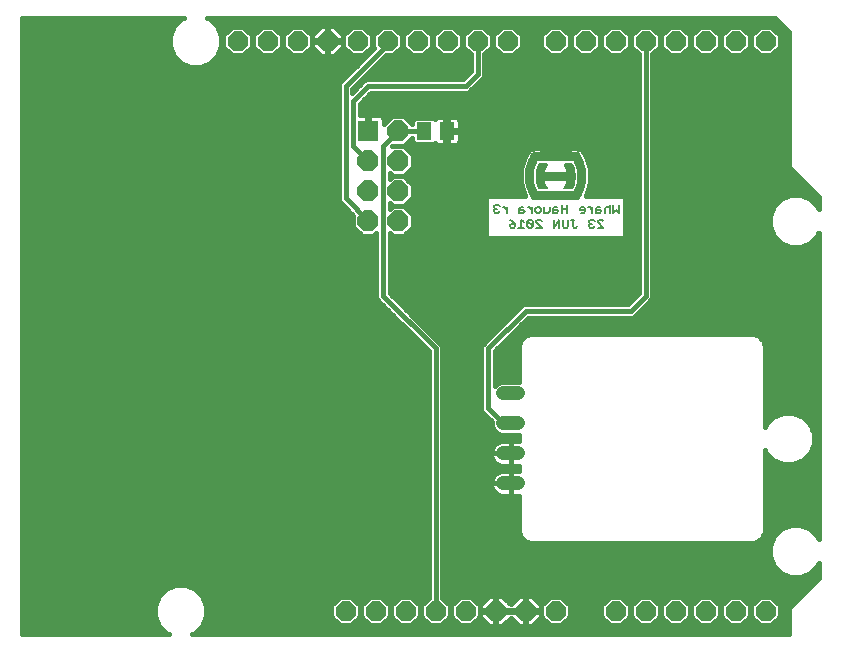
<source format=gbl>
G04 This is an RS-274x file exported by *
G04 gerbv version 2.6.1 *
G04 More information is available about gerbv at *
G04 http://gerbv.geda-project.org/ *
G04 --End of header info--*
%MOIN*%
%FSLAX34Y34*%
%IPPOS*%
G04 --Define apertures--*
%ADD10C,0.0050*%
%AMMACRO11*
5,1,8,0.000000,0.000000,0.071438,22.500000*
%
%ADD11MACRO11*%
%ADD12C,0.0472*%
%ADD13R,0.1280X0.0190*%
%ADD14R,0.1300X0.0190*%
%ADD15R,0.0790X0.0190*%
%ADD16R,0.0512X0.0591*%
%ADD17R,0.0700X0.0700*%
%AMMACRO18*
5,1,8,0.000000,0.000000,0.075767,22.500000*
%
%ADD18MACRO18*%
%ADD19C,0.0376*%
%ADD20C,0.0160*%
G04 --Start main section--*
G54D10*
G01X0018728Y0014320D02*
G01X0018728Y0014365D01*
G01X0018728Y0014365D02*
G01X0018774Y0014410D01*
G01X0018774Y0014410D02*
G01X0018909Y0014410D01*
G01X0018909Y0014410D02*
G01X0018909Y0014320D01*
G01X0018909Y0014320D02*
G01X0018864Y0014275D01*
G01X0018864Y0014275D02*
G01X0018774Y0014275D01*
G01X0018774Y0014275D02*
G01X0018728Y0014320D01*
G01X0018819Y0014500D02*
G01X0018909Y0014410D01*
G01X0018819Y0014500D02*
G01X0018728Y0014545D01*
G01X0018639Y0014775D02*
G01X0018639Y0014955D01*
G01X0018548Y0014955D02*
G01X0018503Y0014955D01*
G01X0018548Y0014955D02*
G01X0018639Y0014865D01*
G01X0018393Y0014820D02*
G01X0018348Y0014775D01*
G01X0018348Y0014775D02*
G01X0018258Y0014775D01*
G01X0018258Y0014775D02*
G01X0018213Y0014820D01*
G01X0018213Y0014820D02*
G01X0018213Y0014865D01*
G01X0018213Y0014865D02*
G01X0018258Y0014910D01*
G01X0018258Y0014910D02*
G01X0018303Y0014910D01*
G01X0018258Y0014910D02*
G01X0018213Y0014955D01*
G01X0018213Y0014955D02*
G01X0018213Y0015000D01*
G01X0018213Y0015000D02*
G01X0018258Y0015045D01*
G01X0018258Y0015045D02*
G01X0018348Y0015045D01*
G01X0018348Y0015045D02*
G01X0018393Y0015000D01*
G01X0019048Y0014910D02*
G01X0019048Y0014775D01*
G01X0019048Y0014775D02*
G01X0019183Y0014775D01*
G01X0019183Y0014775D02*
G01X0019228Y0014820D01*
G01X0019228Y0014820D02*
G01X0019183Y0014865D01*
G01X0019183Y0014865D02*
G01X0019048Y0014865D01*
G01X0019048Y0014910D02*
G01X0019093Y0014955D01*
G01X0019093Y0014955D02*
G01X0019183Y0014955D01*
G01X0019338Y0014955D02*
G01X0019383Y0014955D01*
G01X0019383Y0014955D02*
G01X0019473Y0014865D01*
G01X0019473Y0014775D02*
G01X0019473Y0014955D01*
G01X0019588Y0014910D02*
G01X0019633Y0014955D01*
G01X0019633Y0014955D02*
G01X0019723Y0014955D01*
G01X0019723Y0014955D02*
G01X0019768Y0014910D01*
G01X0019768Y0014910D02*
G01X0019768Y0014820D01*
G01X0019768Y0014820D02*
G01X0019723Y0014775D01*
G01X0019723Y0014775D02*
G01X0019633Y0014775D01*
G01X0019633Y0014775D02*
G01X0019588Y0014820D01*
G01X0019588Y0014820D02*
G01X0019588Y0014910D01*
G01X0019883Y0014955D02*
G01X0019883Y0014775D01*
G01X0019883Y0014775D02*
G01X0020018Y0014775D01*
G01X0020018Y0014775D02*
G01X0020063Y0014820D01*
G01X0020063Y0014820D02*
G01X0020063Y0014955D01*
G01X0020177Y0014910D02*
G01X0020177Y0014775D01*
G01X0020177Y0014775D02*
G01X0020312Y0014775D01*
G01X0020312Y0014775D02*
G01X0020357Y0014820D01*
G01X0020357Y0014820D02*
G01X0020312Y0014865D01*
G01X0020312Y0014865D02*
G01X0020177Y0014865D01*
G01X0020177Y0014910D02*
G01X0020222Y0014955D01*
G01X0020222Y0014955D02*
G01X0020312Y0014955D01*
G01X0020472Y0014910D02*
G01X0020652Y0014910D01*
G01X0020652Y0014775D02*
G01X0020652Y0015045D01*
G01X0020472Y0015045D02*
G01X0020472Y0014775D01*
G01X0020496Y0014545D02*
G01X0020496Y0014320D01*
G01X0020496Y0014320D02*
G01X0020541Y0014275D01*
G01X0020541Y0014275D02*
G01X0020631Y0014275D01*
G01X0020631Y0014275D02*
G01X0020677Y0014320D01*
G01X0020677Y0014320D02*
G01X0020677Y0014545D01*
G01X0020791Y0014545D02*
G01X0020881Y0014545D01*
G01X0020836Y0014545D02*
G01X0020836Y0014320D01*
G01X0020836Y0014320D02*
G01X0020881Y0014275D01*
G01X0020881Y0014275D02*
G01X0020926Y0014275D01*
G01X0020926Y0014275D02*
G01X0020971Y0014320D01*
G01X0021380Y0014320D02*
G01X0021425Y0014275D01*
G01X0021425Y0014275D02*
G01X0021515Y0014275D01*
G01X0021515Y0014275D02*
G01X0021560Y0014320D01*
G01X0021675Y0014275D02*
G01X0021855Y0014275D01*
G01X0021855Y0014275D02*
G01X0021675Y0014455D01*
G01X0021675Y0014455D02*
G01X0021675Y0014500D01*
G01X0021675Y0014500D02*
G01X0021720Y0014545D01*
G01X0021720Y0014545D02*
G01X0021810Y0014545D01*
G01X0021810Y0014545D02*
G01X0021855Y0014500D01*
G01X0021896Y0014775D02*
G01X0021896Y0014910D01*
G01X0021896Y0014910D02*
G01X0021941Y0014955D01*
G01X0021941Y0014955D02*
G01X0022031Y0014955D01*
G01X0022031Y0014955D02*
G01X0022076Y0014910D01*
G01X0022076Y0015045D02*
G01X0022076Y0014775D01*
G01X0022191Y0014775D02*
G01X0022191Y0015045D01*
G01X0022371Y0015045D02*
G01X0022371Y0014775D01*
G01X0022371Y0014775D02*
G01X0022281Y0014865D01*
G01X0022281Y0014865D02*
G01X0022191Y0014775D01*
G01X0021781Y0014820D02*
G01X0021736Y0014865D01*
G01X0021736Y0014865D02*
G01X0021601Y0014865D01*
G01X0021601Y0014910D02*
G01X0021601Y0014775D01*
G01X0021601Y0014775D02*
G01X0021736Y0014775D01*
G01X0021736Y0014775D02*
G01X0021781Y0014820D01*
G01X0021736Y0014955D02*
G01X0021646Y0014955D01*
G01X0021646Y0014955D02*
G01X0021601Y0014910D01*
G01X0021487Y0014865D02*
G01X0021397Y0014955D01*
G01X0021397Y0014955D02*
G01X0021352Y0014955D01*
G01X0021241Y0014910D02*
G01X0021196Y0014955D01*
G01X0021196Y0014955D02*
G01X0021106Y0014955D01*
G01X0021106Y0014955D02*
G01X0021061Y0014910D01*
G01X0021061Y0014910D02*
G01X0021061Y0014865D01*
G01X0021061Y0014865D02*
G01X0021241Y0014865D01*
G01X0021241Y0014910D02*
G01X0021241Y0014820D01*
G01X0021241Y0014820D02*
G01X0021196Y0014775D01*
G01X0021196Y0014775D02*
G01X0021106Y0014775D01*
G01X0021487Y0014775D02*
G01X0021487Y0014955D01*
G01X0021515Y0014545D02*
G01X0021425Y0014545D01*
G01X0021425Y0014545D02*
G01X0021380Y0014500D01*
G01X0021380Y0014500D02*
G01X0021380Y0014455D01*
G01X0021380Y0014455D02*
G01X0021425Y0014410D01*
G01X0021425Y0014410D02*
G01X0021380Y0014365D01*
G01X0021380Y0014365D02*
G01X0021380Y0014320D01*
G01X0021425Y0014410D02*
G01X0021470Y0014410D01*
G01X0021560Y0014500D02*
G01X0021515Y0014545D01*
G01X0021010Y0015240D02*
G01X0020960Y0015240D01*
G01X0020960Y0015240D02*
G01X0020910Y0015240D01*
G01X0020910Y0015240D02*
G01X0020860Y0015240D01*
G01X0020860Y0015240D02*
G01X0020810Y0015240D01*
G01X0020810Y0015240D02*
G01X0019710Y0015240D01*
G01X0019710Y0015240D02*
G01X0019660Y0015240D01*
G01X0019660Y0015240D02*
G01X0019610Y0015240D01*
G01X0019610Y0015240D02*
G01X0019560Y0015240D01*
G01X0019560Y0015240D02*
G01X0019510Y0015240D01*
G01X0019630Y0015470D02*
G01X0020890Y0015470D01*
G01X0020810Y0015590D02*
G01X0020760Y0015590D01*
G01X0020760Y0015590D02*
G01X0020710Y0015590D01*
G01X0020710Y0015590D02*
G01X0020660Y0015590D01*
G01X0020660Y0015590D02*
G01X0020600Y0015590D01*
G01X0020600Y0015590D02*
G01X0020550Y0015590D01*
G01X0020650Y0015880D02*
G01X0019880Y0015880D01*
G01X0020710Y0015590D02*
G01X0020719Y0015610D01*
G01X0020719Y0015610D02*
G01X0020728Y0015631D01*
G01X0020728Y0015631D02*
G01X0020736Y0015652D01*
G01X0020736Y0015652D02*
G01X0020744Y0015672D01*
G01X0020744Y0015672D02*
G01X0020752Y0015694D01*
G01X0020752Y0015694D02*
G01X0020759Y0015715D01*
G01X0020759Y0015715D02*
G01X0020765Y0015736D01*
G01X0020765Y0015736D02*
G01X0020771Y0015758D01*
G01X0020771Y0015758D02*
G01X0020776Y0015779D01*
G01X0020776Y0015779D02*
G01X0020781Y0015801D01*
G01X0020781Y0015801D02*
G01X0020785Y0015823D01*
G01X0020785Y0015823D02*
G01X0020789Y0015845D01*
G01X0020789Y0015845D02*
G01X0020792Y0015867D01*
G01X0020792Y0015867D02*
G01X0020795Y0015890D01*
G01X0020795Y0015890D02*
G01X0020797Y0015912D01*
G01X0020797Y0015912D02*
G01X0020799Y0015934D01*
G01X0020799Y0015934D02*
G01X0020800Y0015957D01*
G01X0020800Y0015957D02*
G01X0020800Y0015979D01*
G01X0020800Y0015979D02*
G01X0020800Y0016001D01*
G01X0020800Y0016001D02*
G01X0020800Y0016024D01*
G01X0020800Y0016024D02*
G01X0020799Y0016046D01*
G01X0020799Y0016046D02*
G01X0020797Y0016068D01*
G01X0020797Y0016068D02*
G01X0020795Y0016090D01*
G01X0020795Y0016090D02*
G01X0020792Y0016113D01*
G01X0020792Y0016113D02*
G01X0020789Y0016135D01*
G01X0020789Y0016135D02*
G01X0020785Y0016157D01*
G01X0020785Y0016157D02*
G01X0020781Y0016179D01*
G01X0020781Y0016179D02*
G01X0020776Y0016201D01*
G01X0020776Y0016201D02*
G01X0020771Y0016222D01*
G01X0020771Y0016222D02*
G01X0020765Y0016244D01*
G01X0020765Y0016244D02*
G01X0020759Y0016265D01*
G01X0020759Y0016265D02*
G01X0020752Y0016287D01*
G01X0020752Y0016287D02*
G01X0020744Y0016308D01*
G01X0020744Y0016308D02*
G01X0020736Y0016329D01*
G01X0020736Y0016329D02*
G01X0020728Y0016349D01*
G01X0020728Y0016349D02*
G01X0020719Y0016370D01*
G01X0020719Y0016370D02*
G01X0020710Y0016390D01*
G01X0020710Y0016390D02*
G01X0020660Y0016390D01*
G01X0020660Y0016390D02*
G01X0020610Y0016390D01*
G01X0020610Y0016390D02*
G01X0020560Y0016390D01*
G01X0020710Y0016390D02*
G01X0020760Y0016390D01*
G01X0020760Y0016390D02*
G01X0020810Y0016390D01*
G01X0020890Y0016520D02*
G01X0019630Y0016520D01*
G01X0019720Y0016390D02*
G01X0019770Y0016390D01*
G01X0019770Y0016390D02*
G01X0019820Y0016390D01*
G01X0019820Y0016390D02*
G01X0019870Y0016390D01*
G01X0019870Y0016390D02*
G01X0019930Y0016390D01*
G01X0019930Y0016390D02*
G01X0019980Y0016390D01*
G01X0019880Y0016110D02*
G01X0020650Y0016110D01*
G01X0019559Y0016750D02*
G01X0019542Y0016723D01*
G01X0019542Y0016723D02*
G01X0019524Y0016696D01*
G01X0019524Y0016696D02*
G01X0019508Y0016669D01*
G01X0019508Y0016669D02*
G01X0019492Y0016641D01*
G01X0019492Y0016641D02*
G01X0019476Y0016613D01*
G01X0019476Y0016613D02*
G01X0019462Y0016584D01*
G01X0019462Y0016584D02*
G01X0019448Y0016555D01*
G01X0019448Y0016555D02*
G01X0019434Y0016526D01*
G01X0019434Y0016526D02*
G01X0019422Y0016496D01*
G01X0019422Y0016496D02*
G01X0019410Y0016466D01*
G01X0019410Y0016466D02*
G01X0019399Y0016436D01*
G01X0019399Y0016436D02*
G01X0019389Y0016406D01*
G01X0019389Y0016406D02*
G01X0019379Y0016375D01*
G01X0019379Y0016375D02*
G01X0019370Y0016344D01*
G01X0019370Y0016344D02*
G01X0019362Y0016313D01*
G01X0019362Y0016313D02*
G01X0019355Y0016282D01*
G01X0019355Y0016282D02*
G01X0019348Y0016250D01*
G01X0019348Y0016250D02*
G01X0019342Y0016219D01*
G01X0019342Y0016219D02*
G01X0019337Y0016187D01*
G01X0019337Y0016187D02*
G01X0019333Y0016155D01*
G01X0019333Y0016155D02*
G01X0019330Y0016123D01*
G01X0019330Y0016123D02*
G01X0019327Y0016091D01*
G01X0019327Y0016091D02*
G01X0019325Y0016059D01*
G01X0019325Y0016059D02*
G01X0019324Y0016027D01*
G01X0019324Y0016027D02*
G01X0019323Y0015995D01*
G01X0019323Y0015995D02*
G01X0019324Y0015963D01*
G01X0019324Y0015963D02*
G01X0019325Y0015931D01*
G01X0019325Y0015931D02*
G01X0019327Y0015899D01*
G01X0019327Y0015899D02*
G01X0019330Y0015867D01*
G01X0019330Y0015867D02*
G01X0019333Y0015835D01*
G01X0019333Y0015835D02*
G01X0019337Y0015803D01*
G01X0019337Y0015803D02*
G01X0019342Y0015771D01*
G01X0019342Y0015771D02*
G01X0019348Y0015740D01*
G01X0019348Y0015740D02*
G01X0019355Y0015708D01*
G01X0019355Y0015708D02*
G01X0019362Y0015677D01*
G01X0019362Y0015677D02*
G01X0019370Y0015646D01*
G01X0019370Y0015646D02*
G01X0019379Y0015615D01*
G01X0019379Y0015615D02*
G01X0019389Y0015584D01*
G01X0019389Y0015584D02*
G01X0019399Y0015554D01*
G01X0019399Y0015554D02*
G01X0019410Y0015524D01*
G01X0019410Y0015524D02*
G01X0019422Y0015494D01*
G01X0019422Y0015494D02*
G01X0019434Y0015464D01*
G01X0019434Y0015464D02*
G01X0019448Y0015435D01*
G01X0019448Y0015435D02*
G01X0019462Y0015406D01*
G01X0019462Y0015406D02*
G01X0019476Y0015377D01*
G01X0019476Y0015377D02*
G01X0019492Y0015349D01*
G01X0019492Y0015349D02*
G01X0019508Y0015321D01*
G01X0019508Y0015321D02*
G01X0019524Y0015294D01*
G01X0019524Y0015294D02*
G01X0019542Y0015267D01*
G01X0019542Y0015267D02*
G01X0019559Y0015240D01*
G01X0019720Y0015590D02*
G01X0019770Y0015590D01*
G01X0019770Y0015590D02*
G01X0019820Y0015590D01*
G01X0019820Y0015590D02*
G01X0019870Y0015590D01*
G01X0019870Y0015590D02*
G01X0019920Y0015590D01*
G01X0019920Y0015590D02*
G01X0019970Y0015590D01*
G01X0020810Y0015590D02*
G01X0020819Y0015610D01*
G01X0020819Y0015610D02*
G01X0020828Y0015631D01*
G01X0020828Y0015631D02*
G01X0020836Y0015652D01*
G01X0020836Y0015652D02*
G01X0020844Y0015672D01*
G01X0020844Y0015672D02*
G01X0020852Y0015694D01*
G01X0020852Y0015694D02*
G01X0020859Y0015715D01*
G01X0020859Y0015715D02*
G01X0020865Y0015736D01*
G01X0020865Y0015736D02*
G01X0020871Y0015758D01*
G01X0020871Y0015758D02*
G01X0020876Y0015779D01*
G01X0020876Y0015779D02*
G01X0020881Y0015801D01*
G01X0020881Y0015801D02*
G01X0020885Y0015823D01*
G01X0020885Y0015823D02*
G01X0020889Y0015845D01*
G01X0020889Y0015845D02*
G01X0020892Y0015867D01*
G01X0020892Y0015867D02*
G01X0020895Y0015890D01*
G01X0020895Y0015890D02*
G01X0020897Y0015912D01*
G01X0020897Y0015912D02*
G01X0020899Y0015934D01*
G01X0020899Y0015934D02*
G01X0020900Y0015957D01*
G01X0020900Y0015957D02*
G01X0020900Y0015979D01*
G01X0020900Y0015979D02*
G01X0020900Y0016001D01*
G01X0020900Y0016001D02*
G01X0020900Y0016024D01*
G01X0020900Y0016024D02*
G01X0020899Y0016046D01*
G01X0020899Y0016046D02*
G01X0020897Y0016068D01*
G01X0020897Y0016068D02*
G01X0020895Y0016090D01*
G01X0020895Y0016090D02*
G01X0020892Y0016113D01*
G01X0020892Y0016113D02*
G01X0020889Y0016135D01*
G01X0020889Y0016135D02*
G01X0020885Y0016157D01*
G01X0020885Y0016157D02*
G01X0020881Y0016179D01*
G01X0020881Y0016179D02*
G01X0020876Y0016201D01*
G01X0020876Y0016201D02*
G01X0020871Y0016222D01*
G01X0020871Y0016222D02*
G01X0020865Y0016244D01*
G01X0020865Y0016244D02*
G01X0020859Y0016265D01*
G01X0020859Y0016265D02*
G01X0020852Y0016287D01*
G01X0020852Y0016287D02*
G01X0020844Y0016308D01*
G01X0020844Y0016308D02*
G01X0020836Y0016329D01*
G01X0020836Y0016329D02*
G01X0020828Y0016349D01*
G01X0020828Y0016349D02*
G01X0020819Y0016370D01*
G01X0020819Y0016370D02*
G01X0020810Y0016390D01*
G01X0019709Y0016750D02*
G01X0019692Y0016723D01*
G01X0019692Y0016723D02*
G01X0019674Y0016696D01*
G01X0019674Y0016696D02*
G01X0019658Y0016669D01*
G01X0019658Y0016669D02*
G01X0019642Y0016641D01*
G01X0019642Y0016641D02*
G01X0019626Y0016613D01*
G01X0019626Y0016613D02*
G01X0019612Y0016584D01*
G01X0019612Y0016584D02*
G01X0019598Y0016555D01*
G01X0019598Y0016555D02*
G01X0019584Y0016526D01*
G01X0019584Y0016526D02*
G01X0019572Y0016496D01*
G01X0019572Y0016496D02*
G01X0019560Y0016466D01*
G01X0019560Y0016466D02*
G01X0019549Y0016436D01*
G01X0019549Y0016436D02*
G01X0019539Y0016406D01*
G01X0019539Y0016406D02*
G01X0019529Y0016375D01*
G01X0019529Y0016375D02*
G01X0019520Y0016344D01*
G01X0019520Y0016344D02*
G01X0019512Y0016313D01*
G01X0019512Y0016313D02*
G01X0019505Y0016282D01*
G01X0019505Y0016282D02*
G01X0019498Y0016250D01*
G01X0019498Y0016250D02*
G01X0019492Y0016219D01*
G01X0019492Y0016219D02*
G01X0019487Y0016187D01*
G01X0019487Y0016187D02*
G01X0019483Y0016155D01*
G01X0019483Y0016155D02*
G01X0019480Y0016123D01*
G01X0019480Y0016123D02*
G01X0019477Y0016091D01*
G01X0019477Y0016091D02*
G01X0019475Y0016059D01*
G01X0019475Y0016059D02*
G01X0019474Y0016027D01*
G01X0019474Y0016027D02*
G01X0019473Y0015995D01*
G01X0019473Y0015995D02*
G01X0019474Y0015963D01*
G01X0019474Y0015963D02*
G01X0019475Y0015931D01*
G01X0019475Y0015931D02*
G01X0019477Y0015899D01*
G01X0019477Y0015899D02*
G01X0019480Y0015867D01*
G01X0019480Y0015867D02*
G01X0019483Y0015835D01*
G01X0019483Y0015835D02*
G01X0019487Y0015803D01*
G01X0019487Y0015803D02*
G01X0019492Y0015771D01*
G01X0019492Y0015771D02*
G01X0019498Y0015740D01*
G01X0019498Y0015740D02*
G01X0019505Y0015708D01*
G01X0019505Y0015708D02*
G01X0019512Y0015677D01*
G01X0019512Y0015677D02*
G01X0019520Y0015646D01*
G01X0019520Y0015646D02*
G01X0019529Y0015615D01*
G01X0019529Y0015615D02*
G01X0019539Y0015584D01*
G01X0019539Y0015584D02*
G01X0019549Y0015554D01*
G01X0019549Y0015554D02*
G01X0019560Y0015524D01*
G01X0019560Y0015524D02*
G01X0019572Y0015494D01*
G01X0019572Y0015494D02*
G01X0019584Y0015464D01*
G01X0019584Y0015464D02*
G01X0019598Y0015435D01*
G01X0019598Y0015435D02*
G01X0019612Y0015406D01*
G01X0019612Y0015406D02*
G01X0019626Y0015377D01*
G01X0019626Y0015377D02*
G01X0019642Y0015349D01*
G01X0019642Y0015349D02*
G01X0019658Y0015321D01*
G01X0019658Y0015321D02*
G01X0019674Y0015294D01*
G01X0019674Y0015294D02*
G01X0019692Y0015267D01*
G01X0019692Y0015267D02*
G01X0019709Y0015240D01*
G01X0019748Y0014545D02*
G01X0019793Y0014500D01*
G01X0019748Y0014545D02*
G01X0019657Y0014545D01*
G01X0019657Y0014545D02*
G01X0019612Y0014500D01*
G01X0019612Y0014500D02*
G01X0019612Y0014455D01*
G01X0019612Y0014455D02*
G01X0019793Y0014275D01*
G01X0019793Y0014275D02*
G01X0019612Y0014275D01*
G01X0019498Y0014320D02*
G01X0019318Y0014500D01*
G01X0019318Y0014500D02*
G01X0019318Y0014320D01*
G01X0019318Y0014320D02*
G01X0019363Y0014275D01*
G01X0019363Y0014275D02*
G01X0019453Y0014275D01*
G01X0019453Y0014275D02*
G01X0019498Y0014320D01*
G01X0019498Y0014320D02*
G01X0019498Y0014500D01*
G01X0019498Y0014500D02*
G01X0019453Y0014545D01*
G01X0019453Y0014545D02*
G01X0019363Y0014545D01*
G01X0019363Y0014545D02*
G01X0019318Y0014500D01*
G01X0019203Y0014455D02*
G01X0019113Y0014545D01*
G01X0019113Y0014545D02*
G01X0019113Y0014275D01*
G01X0019203Y0014275D02*
G01X0019023Y0014275D01*
G01X0020202Y0014275D02*
G01X0020202Y0014545D01*
G01X0020382Y0014545D02*
G01X0020202Y0014275D01*
G01X0020382Y0014275D02*
G01X0020382Y0014545D01*
G01X0019920Y0015590D02*
G01X0019910Y0015605D01*
G01X0019910Y0015605D02*
G01X0019901Y0015619D01*
G01X0019901Y0015619D02*
G01X0019892Y0015634D01*
G01X0019892Y0015634D02*
G01X0019884Y0015650D01*
G01X0019884Y0015650D02*
G01X0019876Y0015665D01*
G01X0019876Y0015665D02*
G01X0019869Y0015681D01*
G01X0019869Y0015681D02*
G01X0019862Y0015697D01*
G01X0019862Y0015697D02*
G01X0019855Y0015712D01*
G01X0019855Y0015712D02*
G01X0019848Y0015729D01*
G01X0019848Y0015729D02*
G01X0019842Y0015745D01*
G01X0019842Y0015745D02*
G01X0019837Y0015761D01*
G01X0019837Y0015761D02*
G01X0019832Y0015778D01*
G01X0019832Y0015778D02*
G01X0019827Y0015794D01*
G01X0019827Y0015794D02*
G01X0019822Y0015811D01*
G01X0019822Y0015811D02*
G01X0019818Y0015828D01*
G01X0019818Y0015828D02*
G01X0019815Y0015845D01*
G01X0019815Y0015845D02*
G01X0019812Y0015862D01*
G01X0019812Y0015862D02*
G01X0019809Y0015879D01*
G01X0019809Y0015879D02*
G01X0019807Y0015896D01*
G01X0019807Y0015896D02*
G01X0019805Y0015914D01*
G01X0019805Y0015914D02*
G01X0019803Y0015931D01*
G01X0019803Y0015931D02*
G01X0019802Y0015948D01*
G01X0019802Y0015948D02*
G01X0019802Y0015966D01*
G01X0019802Y0015966D02*
G01X0019801Y0015983D01*
G01X0019801Y0015983D02*
G01X0019802Y0016000D01*
G01X0019802Y0016000D02*
G01X0019802Y0016018D01*
G01X0019802Y0016018D02*
G01X0019803Y0016035D01*
G01X0019803Y0016035D02*
G01X0019805Y0016052D01*
G01X0019805Y0016052D02*
G01X0019807Y0016069D01*
G01X0019807Y0016069D02*
G01X0019809Y0016087D01*
G01X0019809Y0016087D02*
G01X0019812Y0016104D01*
G01X0019812Y0016104D02*
G01X0019815Y0016121D01*
G01X0019815Y0016121D02*
G01X0019818Y0016138D01*
G01X0019818Y0016138D02*
G01X0019822Y0016155D01*
G01X0019822Y0016155D02*
G01X0019827Y0016171D01*
G01X0019827Y0016171D02*
G01X0019832Y0016188D01*
G01X0019832Y0016188D02*
G01X0019837Y0016205D01*
G01X0019837Y0016205D02*
G01X0019842Y0016221D01*
G01X0019842Y0016221D02*
G01X0019848Y0016237D01*
G01X0019848Y0016237D02*
G01X0019855Y0016253D01*
G01X0019855Y0016253D02*
G01X0019862Y0016269D01*
G01X0019862Y0016269D02*
G01X0019869Y0016285D01*
G01X0019869Y0016285D02*
G01X0019876Y0016301D01*
G01X0019876Y0016301D02*
G01X0019884Y0016316D01*
G01X0019884Y0016316D02*
G01X0019893Y0016331D01*
G01X0019893Y0016331D02*
G01X0019901Y0016346D01*
G01X0019901Y0016346D02*
G01X0019910Y0016361D01*
G01X0019910Y0016361D02*
G01X0019920Y0016376D01*
G01X0019920Y0016376D02*
G01X0019930Y0016390D01*
G01X0020560Y0016390D02*
G01X0020569Y0016375D01*
G01X0020569Y0016375D02*
G01X0020578Y0016361D01*
G01X0020578Y0016361D02*
G01X0020587Y0016346D01*
G01X0020587Y0016346D02*
G01X0020595Y0016330D01*
G01X0020595Y0016330D02*
G01X0020603Y0016315D01*
G01X0020603Y0016315D02*
G01X0020611Y0016299D01*
G01X0020611Y0016299D02*
G01X0020618Y0016284D01*
G01X0020618Y0016284D02*
G01X0020624Y0016268D01*
G01X0020624Y0016268D02*
G01X0020631Y0016252D01*
G01X0020631Y0016252D02*
G01X0020637Y0016235D01*
G01X0020637Y0016235D02*
G01X0020642Y0016219D01*
G01X0020642Y0016219D02*
G01X0020648Y0016202D01*
G01X0020648Y0016202D02*
G01X0020652Y0016186D01*
G01X0020652Y0016186D02*
G01X0020657Y0016169D01*
G01X0020657Y0016169D02*
G01X0020661Y0016152D01*
G01X0020661Y0016152D02*
G01X0020664Y0016135D01*
G01X0020664Y0016135D02*
G01X0020668Y0016118D01*
G01X0020668Y0016118D02*
G01X0020670Y0016101D01*
G01X0020670Y0016101D02*
G01X0020673Y0016084D01*
G01X0020673Y0016084D02*
G01X0020674Y0016066D01*
G01X0020674Y0016066D02*
G01X0020676Y0016049D01*
G01X0020676Y0016049D02*
G01X0020677Y0016032D01*
G01X0020677Y0016032D02*
G01X0020678Y0016014D01*
G01X0020678Y0016014D02*
G01X0020678Y0015997D01*
G01X0020678Y0015997D02*
G01X0020678Y0015980D01*
G01X0020678Y0015980D02*
G01X0020677Y0015962D01*
G01X0020677Y0015962D02*
G01X0020676Y0015945D01*
G01X0020676Y0015945D02*
G01X0020674Y0015928D01*
G01X0020674Y0015928D02*
G01X0020673Y0015911D01*
G01X0020673Y0015911D02*
G01X0020670Y0015893D01*
G01X0020670Y0015893D02*
G01X0020667Y0015876D01*
G01X0020667Y0015876D02*
G01X0020664Y0015859D01*
G01X0020664Y0015859D02*
G01X0020661Y0015842D01*
G01X0020661Y0015842D02*
G01X0020657Y0015825D01*
G01X0020657Y0015825D02*
G01X0020652Y0015809D01*
G01X0020652Y0015809D02*
G01X0020648Y0015792D01*
G01X0020648Y0015792D02*
G01X0020642Y0015775D01*
G01X0020642Y0015775D02*
G01X0020637Y0015759D01*
G01X0020637Y0015759D02*
G01X0020631Y0015743D01*
G01X0020631Y0015743D02*
G01X0020624Y0015727D01*
G01X0020624Y0015727D02*
G01X0020618Y0015711D01*
G01X0020618Y0015711D02*
G01X0020610Y0015695D01*
G01X0020610Y0015695D02*
G01X0020603Y0015679D01*
G01X0020603Y0015679D02*
G01X0020595Y0015664D01*
G01X0020595Y0015664D02*
G01X0020586Y0015649D01*
G01X0020586Y0015649D02*
G01X0020578Y0015634D01*
G01X0020578Y0015634D02*
G01X0020569Y0015619D01*
G01X0020569Y0015619D02*
G01X0020559Y0015604D01*
G01X0020559Y0015604D02*
G01X0020550Y0015590D01*
G01X0019970Y0015590D02*
G01X0019960Y0015605D01*
G01X0019960Y0015605D02*
G01X0019951Y0015619D01*
G01X0019951Y0015619D02*
G01X0019942Y0015634D01*
G01X0019942Y0015634D02*
G01X0019934Y0015650D01*
G01X0019934Y0015650D02*
G01X0019926Y0015665D01*
G01X0019926Y0015665D02*
G01X0019919Y0015681D01*
G01X0019919Y0015681D02*
G01X0019912Y0015697D01*
G01X0019912Y0015697D02*
G01X0019905Y0015712D01*
G01X0019905Y0015712D02*
G01X0019898Y0015729D01*
G01X0019898Y0015729D02*
G01X0019892Y0015745D01*
G01X0019892Y0015745D02*
G01X0019887Y0015761D01*
G01X0019887Y0015761D02*
G01X0019882Y0015778D01*
G01X0019882Y0015778D02*
G01X0019877Y0015794D01*
G01X0019877Y0015794D02*
G01X0019872Y0015811D01*
G01X0019872Y0015811D02*
G01X0019868Y0015828D01*
G01X0019868Y0015828D02*
G01X0019865Y0015845D01*
G01X0019865Y0015845D02*
G01X0019862Y0015862D01*
G01X0019862Y0015862D02*
G01X0019859Y0015879D01*
G01X0019859Y0015879D02*
G01X0019857Y0015896D01*
G01X0019857Y0015896D02*
G01X0019855Y0015914D01*
G01X0019855Y0015914D02*
G01X0019853Y0015931D01*
G01X0019853Y0015931D02*
G01X0019852Y0015948D01*
G01X0019852Y0015948D02*
G01X0019852Y0015966D01*
G01X0019852Y0015966D02*
G01X0019851Y0015983D01*
G01X0019851Y0015983D02*
G01X0019852Y0016000D01*
G01X0019852Y0016000D02*
G01X0019852Y0016018D01*
G01X0019852Y0016018D02*
G01X0019853Y0016035D01*
G01X0019853Y0016035D02*
G01X0019855Y0016052D01*
G01X0019855Y0016052D02*
G01X0019857Y0016069D01*
G01X0019857Y0016069D02*
G01X0019859Y0016087D01*
G01X0019859Y0016087D02*
G01X0019862Y0016104D01*
G01X0019862Y0016104D02*
G01X0019865Y0016121D01*
G01X0019865Y0016121D02*
G01X0019868Y0016138D01*
G01X0019868Y0016138D02*
G01X0019872Y0016155D01*
G01X0019872Y0016155D02*
G01X0019877Y0016171D01*
G01X0019877Y0016171D02*
G01X0019882Y0016188D01*
G01X0019882Y0016188D02*
G01X0019887Y0016205D01*
G01X0019887Y0016205D02*
G01X0019892Y0016221D01*
G01X0019892Y0016221D02*
G01X0019898Y0016237D01*
G01X0019898Y0016237D02*
G01X0019905Y0016253D01*
G01X0019905Y0016253D02*
G01X0019912Y0016269D01*
G01X0019912Y0016269D02*
G01X0019919Y0016285D01*
G01X0019919Y0016285D02*
G01X0019926Y0016301D01*
G01X0019926Y0016301D02*
G01X0019934Y0016316D01*
G01X0019934Y0016316D02*
G01X0019943Y0016331D01*
G01X0019943Y0016331D02*
G01X0019951Y0016346D01*
G01X0019951Y0016346D02*
G01X0019960Y0016361D01*
G01X0019960Y0016361D02*
G01X0019970Y0016376D01*
G01X0019970Y0016376D02*
G01X0019980Y0016390D01*
G01X0020610Y0016390D02*
G01X0020619Y0016375D01*
G01X0020619Y0016375D02*
G01X0020628Y0016361D01*
G01X0020628Y0016361D02*
G01X0020637Y0016346D01*
G01X0020637Y0016346D02*
G01X0020645Y0016330D01*
G01X0020645Y0016330D02*
G01X0020653Y0016315D01*
G01X0020653Y0016315D02*
G01X0020661Y0016299D01*
G01X0020661Y0016299D02*
G01X0020668Y0016284D01*
G01X0020668Y0016284D02*
G01X0020674Y0016268D01*
G01X0020674Y0016268D02*
G01X0020681Y0016252D01*
G01X0020681Y0016252D02*
G01X0020687Y0016235D01*
G01X0020687Y0016235D02*
G01X0020692Y0016219D01*
G01X0020692Y0016219D02*
G01X0020698Y0016202D01*
G01X0020698Y0016202D02*
G01X0020702Y0016186D01*
G01X0020702Y0016186D02*
G01X0020707Y0016169D01*
G01X0020707Y0016169D02*
G01X0020711Y0016152D01*
G01X0020711Y0016152D02*
G01X0020714Y0016135D01*
G01X0020714Y0016135D02*
G01X0020718Y0016118D01*
G01X0020718Y0016118D02*
G01X0020720Y0016101D01*
G01X0020720Y0016101D02*
G01X0020723Y0016084D01*
G01X0020723Y0016084D02*
G01X0020724Y0016066D01*
G01X0020724Y0016066D02*
G01X0020726Y0016049D01*
G01X0020726Y0016049D02*
G01X0020727Y0016032D01*
G01X0020727Y0016032D02*
G01X0020728Y0016014D01*
G01X0020728Y0016014D02*
G01X0020728Y0015997D01*
G01X0020728Y0015997D02*
G01X0020728Y0015980D01*
G01X0020728Y0015980D02*
G01X0020727Y0015962D01*
G01X0020727Y0015962D02*
G01X0020726Y0015945D01*
G01X0020726Y0015945D02*
G01X0020724Y0015928D01*
G01X0020724Y0015928D02*
G01X0020723Y0015911D01*
G01X0020723Y0015911D02*
G01X0020720Y0015893D01*
G01X0020720Y0015893D02*
G01X0020717Y0015876D01*
G01X0020717Y0015876D02*
G01X0020714Y0015859D01*
G01X0020714Y0015859D02*
G01X0020711Y0015842D01*
G01X0020711Y0015842D02*
G01X0020707Y0015825D01*
G01X0020707Y0015825D02*
G01X0020702Y0015809D01*
G01X0020702Y0015809D02*
G01X0020698Y0015792D01*
G01X0020698Y0015792D02*
G01X0020692Y0015775D01*
G01X0020692Y0015775D02*
G01X0020687Y0015759D01*
G01X0020687Y0015759D02*
G01X0020681Y0015743D01*
G01X0020681Y0015743D02*
G01X0020674Y0015727D01*
G01X0020674Y0015727D02*
G01X0020668Y0015711D01*
G01X0020668Y0015711D02*
G01X0020660Y0015695D01*
G01X0020660Y0015695D02*
G01X0020653Y0015679D01*
G01X0020653Y0015679D02*
G01X0020645Y0015664D01*
G01X0020645Y0015664D02*
G01X0020636Y0015649D01*
G01X0020636Y0015649D02*
G01X0020628Y0015634D01*
G01X0020628Y0015634D02*
G01X0020619Y0015619D01*
G01X0020619Y0015619D02*
G01X0020609Y0015604D01*
G01X0020609Y0015604D02*
G01X0020600Y0015590D01*
G01X0019770Y0015590D02*
G01X0019760Y0015610D01*
G01X0019760Y0015610D02*
G01X0019751Y0015631D01*
G01X0019751Y0015631D02*
G01X0019743Y0015652D01*
G01X0019743Y0015652D02*
G01X0019735Y0015672D01*
G01X0019735Y0015672D02*
G01X0019727Y0015694D01*
G01X0019727Y0015694D02*
G01X0019721Y0015715D01*
G01X0019721Y0015715D02*
G01X0019714Y0015736D01*
G01X0019714Y0015736D02*
G01X0019708Y0015758D01*
G01X0019708Y0015758D02*
G01X0019703Y0015779D01*
G01X0019703Y0015779D02*
G01X0019698Y0015801D01*
G01X0019698Y0015801D02*
G01X0019694Y0015823D01*
G01X0019694Y0015823D02*
G01X0019690Y0015845D01*
G01X0019690Y0015845D02*
G01X0019687Y0015867D01*
G01X0019687Y0015867D02*
G01X0019684Y0015890D01*
G01X0019684Y0015890D02*
G01X0019682Y0015912D01*
G01X0019682Y0015912D02*
G01X0019680Y0015934D01*
G01X0019680Y0015934D02*
G01X0019679Y0015957D01*
G01X0019679Y0015957D02*
G01X0019679Y0015979D01*
G01X0019679Y0015979D02*
G01X0019679Y0016001D01*
G01X0019679Y0016001D02*
G01X0019679Y0016024D01*
G01X0019679Y0016024D02*
G01X0019680Y0016046D01*
G01X0019680Y0016046D02*
G01X0019682Y0016068D01*
G01X0019682Y0016068D02*
G01X0019684Y0016090D01*
G01X0019684Y0016090D02*
G01X0019687Y0016113D01*
G01X0019687Y0016113D02*
G01X0019690Y0016135D01*
G01X0019690Y0016135D02*
G01X0019694Y0016157D01*
G01X0019694Y0016157D02*
G01X0019698Y0016179D01*
G01X0019698Y0016179D02*
G01X0019703Y0016201D01*
G01X0019703Y0016201D02*
G01X0019708Y0016222D01*
G01X0019708Y0016222D02*
G01X0019714Y0016244D01*
G01X0019714Y0016244D02*
G01X0019721Y0016265D01*
G01X0019721Y0016265D02*
G01X0019727Y0016287D01*
G01X0019727Y0016287D02*
G01X0019735Y0016308D01*
G01X0019735Y0016308D02*
G01X0019743Y0016329D01*
G01X0019743Y0016329D02*
G01X0019751Y0016349D01*
G01X0019751Y0016349D02*
G01X0019760Y0016370D01*
G01X0019760Y0016370D02*
G01X0019770Y0016390D01*
G01X0020860Y0016750D02*
G01X0020878Y0016723D01*
G01X0020878Y0016723D02*
G01X0020895Y0016696D01*
G01X0020895Y0016696D02*
G01X0020912Y0016669D01*
G01X0020912Y0016669D02*
G01X0020928Y0016641D01*
G01X0020928Y0016641D02*
G01X0020943Y0016613D01*
G01X0020943Y0016613D02*
G01X0020957Y0016584D01*
G01X0020957Y0016584D02*
G01X0020971Y0016555D01*
G01X0020971Y0016555D02*
G01X0020985Y0016526D01*
G01X0020985Y0016526D02*
G01X0020997Y0016496D01*
G01X0020997Y0016496D02*
G01X0021009Y0016466D01*
G01X0021009Y0016466D02*
G01X0021020Y0016436D01*
G01X0021020Y0016436D02*
G01X0021030Y0016406D01*
G01X0021030Y0016406D02*
G01X0021040Y0016375D01*
G01X0021040Y0016375D02*
G01X0021049Y0016344D01*
G01X0021049Y0016344D02*
G01X0021057Y0016313D01*
G01X0021057Y0016313D02*
G01X0021064Y0016282D01*
G01X0021064Y0016282D02*
G01X0021071Y0016250D01*
G01X0021071Y0016250D02*
G01X0021077Y0016219D01*
G01X0021077Y0016219D02*
G01X0021082Y0016187D01*
G01X0021082Y0016187D02*
G01X0021086Y0016155D01*
G01X0021086Y0016155D02*
G01X0021089Y0016123D01*
G01X0021089Y0016123D02*
G01X0021092Y0016091D01*
G01X0021092Y0016091D02*
G01X0021094Y0016059D01*
G01X0021094Y0016059D02*
G01X0021095Y0016027D01*
G01X0021095Y0016027D02*
G01X0021096Y0015995D01*
G01X0021096Y0015995D02*
G01X0021095Y0015963D01*
G01X0021095Y0015963D02*
G01X0021094Y0015931D01*
G01X0021094Y0015931D02*
G01X0021092Y0015899D01*
G01X0021092Y0015899D02*
G01X0021089Y0015867D01*
G01X0021089Y0015867D02*
G01X0021086Y0015835D01*
G01X0021086Y0015835D02*
G01X0021082Y0015803D01*
G01X0021082Y0015803D02*
G01X0021077Y0015771D01*
G01X0021077Y0015771D02*
G01X0021071Y0015740D01*
G01X0021071Y0015740D02*
G01X0021064Y0015708D01*
G01X0021064Y0015708D02*
G01X0021057Y0015677D01*
G01X0021057Y0015677D02*
G01X0021049Y0015646D01*
G01X0021049Y0015646D02*
G01X0021040Y0015615D01*
G01X0021040Y0015615D02*
G01X0021030Y0015584D01*
G01X0021030Y0015584D02*
G01X0021020Y0015554D01*
G01X0021020Y0015554D02*
G01X0021009Y0015524D01*
G01X0021009Y0015524D02*
G01X0020997Y0015494D01*
G01X0020997Y0015494D02*
G01X0020985Y0015464D01*
G01X0020985Y0015464D02*
G01X0020971Y0015435D01*
G01X0020971Y0015435D02*
G01X0020957Y0015406D01*
G01X0020957Y0015406D02*
G01X0020943Y0015377D01*
G01X0020943Y0015377D02*
G01X0020928Y0015349D01*
G01X0020928Y0015349D02*
G01X0020912Y0015321D01*
G01X0020912Y0015321D02*
G01X0020895Y0015294D01*
G01X0020895Y0015294D02*
G01X0020878Y0015267D01*
G01X0020878Y0015267D02*
G01X0020860Y0015240D01*
G01X0019659Y0015240D02*
G01X0019642Y0015267D01*
G01X0019642Y0015267D02*
G01X0019624Y0015294D01*
G01X0019624Y0015294D02*
G01X0019608Y0015321D01*
G01X0019608Y0015321D02*
G01X0019592Y0015349D01*
G01X0019592Y0015349D02*
G01X0019576Y0015377D01*
G01X0019576Y0015377D02*
G01X0019562Y0015406D01*
G01X0019562Y0015406D02*
G01X0019548Y0015435D01*
G01X0019548Y0015435D02*
G01X0019534Y0015464D01*
G01X0019534Y0015464D02*
G01X0019522Y0015494D01*
G01X0019522Y0015494D02*
G01X0019510Y0015524D01*
G01X0019510Y0015524D02*
G01X0019499Y0015554D01*
G01X0019499Y0015554D02*
G01X0019489Y0015584D01*
G01X0019489Y0015584D02*
G01X0019479Y0015615D01*
G01X0019479Y0015615D02*
G01X0019470Y0015646D01*
G01X0019470Y0015646D02*
G01X0019462Y0015677D01*
G01X0019462Y0015677D02*
G01X0019455Y0015708D01*
G01X0019455Y0015708D02*
G01X0019448Y0015740D01*
G01X0019448Y0015740D02*
G01X0019442Y0015771D01*
G01X0019442Y0015771D02*
G01X0019437Y0015803D01*
G01X0019437Y0015803D02*
G01X0019433Y0015835D01*
G01X0019433Y0015835D02*
G01X0019430Y0015867D01*
G01X0019430Y0015867D02*
G01X0019427Y0015899D01*
G01X0019427Y0015899D02*
G01X0019425Y0015931D01*
G01X0019425Y0015931D02*
G01X0019424Y0015963D01*
G01X0019424Y0015963D02*
G01X0019423Y0015995D01*
G01X0019423Y0015995D02*
G01X0019424Y0016027D01*
G01X0019424Y0016027D02*
G01X0019425Y0016059D01*
G01X0019425Y0016059D02*
G01X0019427Y0016091D01*
G01X0019427Y0016091D02*
G01X0019430Y0016123D01*
G01X0019430Y0016123D02*
G01X0019433Y0016155D01*
G01X0019433Y0016155D02*
G01X0019437Y0016187D01*
G01X0019437Y0016187D02*
G01X0019442Y0016219D01*
G01X0019442Y0016219D02*
G01X0019448Y0016250D01*
G01X0019448Y0016250D02*
G01X0019455Y0016282D01*
G01X0019455Y0016282D02*
G01X0019462Y0016313D01*
G01X0019462Y0016313D02*
G01X0019470Y0016344D01*
G01X0019470Y0016344D02*
G01X0019479Y0016375D01*
G01X0019479Y0016375D02*
G01X0019489Y0016406D01*
G01X0019489Y0016406D02*
G01X0019499Y0016436D01*
G01X0019499Y0016436D02*
G01X0019510Y0016466D01*
G01X0019510Y0016466D02*
G01X0019522Y0016496D01*
G01X0019522Y0016496D02*
G01X0019534Y0016526D01*
G01X0019534Y0016526D02*
G01X0019548Y0016555D01*
G01X0019548Y0016555D02*
G01X0019562Y0016584D01*
G01X0019562Y0016584D02*
G01X0019576Y0016613D01*
G01X0019576Y0016613D02*
G01X0019592Y0016641D01*
G01X0019592Y0016641D02*
G01X0019608Y0016669D01*
G01X0019608Y0016669D02*
G01X0019624Y0016696D01*
G01X0019624Y0016696D02*
G01X0019642Y0016723D01*
G01X0019642Y0016723D02*
G01X0019659Y0016750D01*
G01X0019660Y0016750D02*
G01X0019610Y0016750D01*
G01X0019610Y0016750D02*
G01X0019560Y0016750D01*
G01X0019560Y0016750D02*
G01X0019510Y0016750D01*
G01X0019660Y0016750D02*
G01X0019710Y0016750D01*
G01X0019710Y0016750D02*
G01X0020810Y0016750D01*
G01X0020810Y0016750D02*
G01X0020860Y0016750D01*
G01X0020860Y0016750D02*
G01X0020910Y0016750D01*
G01X0020910Y0016750D02*
G01X0020960Y0016750D01*
G01X0020960Y0016750D02*
G01X0021010Y0016750D01*
G01X0019609Y0016750D02*
G01X0019592Y0016723D01*
G01X0019592Y0016723D02*
G01X0019574Y0016696D01*
G01X0019574Y0016696D02*
G01X0019558Y0016669D01*
G01X0019558Y0016669D02*
G01X0019542Y0016641D01*
G01X0019542Y0016641D02*
G01X0019526Y0016613D01*
G01X0019526Y0016613D02*
G01X0019512Y0016584D01*
G01X0019512Y0016584D02*
G01X0019498Y0016555D01*
G01X0019498Y0016555D02*
G01X0019484Y0016526D01*
G01X0019484Y0016526D02*
G01X0019472Y0016496D01*
G01X0019472Y0016496D02*
G01X0019460Y0016466D01*
G01X0019460Y0016466D02*
G01X0019449Y0016436D01*
G01X0019449Y0016436D02*
G01X0019439Y0016406D01*
G01X0019439Y0016406D02*
G01X0019429Y0016375D01*
G01X0019429Y0016375D02*
G01X0019420Y0016344D01*
G01X0019420Y0016344D02*
G01X0019412Y0016313D01*
G01X0019412Y0016313D02*
G01X0019405Y0016282D01*
G01X0019405Y0016282D02*
G01X0019398Y0016250D01*
G01X0019398Y0016250D02*
G01X0019392Y0016219D01*
G01X0019392Y0016219D02*
G01X0019387Y0016187D01*
G01X0019387Y0016187D02*
G01X0019383Y0016155D01*
G01X0019383Y0016155D02*
G01X0019380Y0016123D01*
G01X0019380Y0016123D02*
G01X0019377Y0016091D01*
G01X0019377Y0016091D02*
G01X0019375Y0016059D01*
G01X0019375Y0016059D02*
G01X0019374Y0016027D01*
G01X0019374Y0016027D02*
G01X0019373Y0015995D01*
G01X0019373Y0015995D02*
G01X0019374Y0015963D01*
G01X0019374Y0015963D02*
G01X0019375Y0015931D01*
G01X0019375Y0015931D02*
G01X0019377Y0015899D01*
G01X0019377Y0015899D02*
G01X0019380Y0015867D01*
G01X0019380Y0015867D02*
G01X0019383Y0015835D01*
G01X0019383Y0015835D02*
G01X0019387Y0015803D01*
G01X0019387Y0015803D02*
G01X0019392Y0015771D01*
G01X0019392Y0015771D02*
G01X0019398Y0015740D01*
G01X0019398Y0015740D02*
G01X0019405Y0015708D01*
G01X0019405Y0015708D02*
G01X0019412Y0015677D01*
G01X0019412Y0015677D02*
G01X0019420Y0015646D01*
G01X0019420Y0015646D02*
G01X0019429Y0015615D01*
G01X0019429Y0015615D02*
G01X0019439Y0015584D01*
G01X0019439Y0015584D02*
G01X0019449Y0015554D01*
G01X0019449Y0015554D02*
G01X0019460Y0015524D01*
G01X0019460Y0015524D02*
G01X0019472Y0015494D01*
G01X0019472Y0015494D02*
G01X0019484Y0015464D01*
G01X0019484Y0015464D02*
G01X0019498Y0015435D01*
G01X0019498Y0015435D02*
G01X0019512Y0015406D01*
G01X0019512Y0015406D02*
G01X0019526Y0015377D01*
G01X0019526Y0015377D02*
G01X0019542Y0015349D01*
G01X0019542Y0015349D02*
G01X0019558Y0015321D01*
G01X0019558Y0015321D02*
G01X0019574Y0015294D01*
G01X0019574Y0015294D02*
G01X0019592Y0015267D01*
G01X0019592Y0015267D02*
G01X0019609Y0015240D01*
G01X0020810Y0015240D02*
G01X0020828Y0015267D01*
G01X0020828Y0015267D02*
G01X0020845Y0015294D01*
G01X0020845Y0015294D02*
G01X0020862Y0015321D01*
G01X0020862Y0015321D02*
G01X0020878Y0015349D01*
G01X0020878Y0015349D02*
G01X0020893Y0015377D01*
G01X0020893Y0015377D02*
G01X0020908Y0015406D01*
G01X0020908Y0015406D02*
G01X0020921Y0015435D01*
G01X0020921Y0015435D02*
G01X0020935Y0015464D01*
G01X0020935Y0015464D02*
G01X0020947Y0015494D01*
G01X0020947Y0015494D02*
G01X0020959Y0015524D01*
G01X0020959Y0015524D02*
G01X0020970Y0015554D01*
G01X0020970Y0015554D02*
G01X0020980Y0015584D01*
G01X0020980Y0015584D02*
G01X0020990Y0015615D01*
G01X0020990Y0015615D02*
G01X0020999Y0015646D01*
G01X0020999Y0015646D02*
G01X0021007Y0015677D01*
G01X0021007Y0015677D02*
G01X0021014Y0015708D01*
G01X0021014Y0015708D02*
G01X0021021Y0015740D01*
G01X0021021Y0015740D02*
G01X0021027Y0015771D01*
G01X0021027Y0015771D02*
G01X0021032Y0015803D01*
G01X0021032Y0015803D02*
G01X0021036Y0015835D01*
G01X0021036Y0015835D02*
G01X0021039Y0015867D01*
G01X0021039Y0015867D02*
G01X0021042Y0015899D01*
G01X0021042Y0015899D02*
G01X0021044Y0015931D01*
G01X0021044Y0015931D02*
G01X0021045Y0015963D01*
G01X0021045Y0015963D02*
G01X0021046Y0015995D01*
G01X0021046Y0015995D02*
G01X0021045Y0016027D01*
G01X0021045Y0016027D02*
G01X0021044Y0016059D01*
G01X0021044Y0016059D02*
G01X0021042Y0016091D01*
G01X0021042Y0016091D02*
G01X0021039Y0016123D01*
G01X0021039Y0016123D02*
G01X0021036Y0016155D01*
G01X0021036Y0016155D02*
G01X0021032Y0016187D01*
G01X0021032Y0016187D02*
G01X0021027Y0016219D01*
G01X0021027Y0016219D02*
G01X0021021Y0016250D01*
G01X0021021Y0016250D02*
G01X0021014Y0016282D01*
G01X0021014Y0016282D02*
G01X0021007Y0016313D01*
G01X0021007Y0016313D02*
G01X0020999Y0016344D01*
G01X0020999Y0016344D02*
G01X0020990Y0016375D01*
G01X0020990Y0016375D02*
G01X0020980Y0016406D01*
G01X0020980Y0016406D02*
G01X0020970Y0016436D01*
G01X0020970Y0016436D02*
G01X0020959Y0016466D01*
G01X0020959Y0016466D02*
G01X0020947Y0016496D01*
G01X0020947Y0016496D02*
G01X0020935Y0016526D01*
G01X0020935Y0016526D02*
G01X0020921Y0016555D01*
G01X0020921Y0016555D02*
G01X0020908Y0016584D01*
G01X0020908Y0016584D02*
G01X0020893Y0016613D01*
G01X0020893Y0016613D02*
G01X0020878Y0016641D01*
G01X0020878Y0016641D02*
G01X0020862Y0016669D01*
G01X0020862Y0016669D02*
G01X0020845Y0016696D01*
G01X0020845Y0016696D02*
G01X0020828Y0016723D01*
G01X0020828Y0016723D02*
G01X0020810Y0016750D01*
G01X0019870Y0016390D02*
G01X0019860Y0016370D01*
G01X0019860Y0016370D02*
G01X0019851Y0016349D01*
G01X0019851Y0016349D02*
G01X0019843Y0016329D01*
G01X0019843Y0016329D02*
G01X0019835Y0016308D01*
G01X0019835Y0016308D02*
G01X0019827Y0016287D01*
G01X0019827Y0016287D02*
G01X0019821Y0016265D01*
G01X0019821Y0016265D02*
G01X0019814Y0016244D01*
G01X0019814Y0016244D02*
G01X0019808Y0016222D01*
G01X0019808Y0016222D02*
G01X0019803Y0016201D01*
G01X0019803Y0016201D02*
G01X0019798Y0016179D01*
G01X0019798Y0016179D02*
G01X0019794Y0016157D01*
G01X0019794Y0016157D02*
G01X0019790Y0016135D01*
G01X0019790Y0016135D02*
G01X0019787Y0016113D01*
G01X0019787Y0016113D02*
G01X0019784Y0016090D01*
G01X0019784Y0016090D02*
G01X0019782Y0016068D01*
G01X0019782Y0016068D02*
G01X0019780Y0016046D01*
G01X0019780Y0016046D02*
G01X0019779Y0016024D01*
G01X0019779Y0016024D02*
G01X0019779Y0016001D01*
G01X0019779Y0016001D02*
G01X0019779Y0015979D01*
G01X0019779Y0015979D02*
G01X0019779Y0015957D01*
G01X0019779Y0015957D02*
G01X0019780Y0015934D01*
G01X0019780Y0015934D02*
G01X0019782Y0015912D01*
G01X0019782Y0015912D02*
G01X0019784Y0015890D01*
G01X0019784Y0015890D02*
G01X0019787Y0015867D01*
G01X0019787Y0015867D02*
G01X0019790Y0015845D01*
G01X0019790Y0015845D02*
G01X0019794Y0015823D01*
G01X0019794Y0015823D02*
G01X0019798Y0015801D01*
G01X0019798Y0015801D02*
G01X0019803Y0015779D01*
G01X0019803Y0015779D02*
G01X0019808Y0015758D01*
G01X0019808Y0015758D02*
G01X0019814Y0015736D01*
G01X0019814Y0015736D02*
G01X0019821Y0015715D01*
G01X0019821Y0015715D02*
G01X0019827Y0015694D01*
G01X0019827Y0015694D02*
G01X0019835Y0015672D01*
G01X0019835Y0015672D02*
G01X0019843Y0015652D01*
G01X0019843Y0015652D02*
G01X0019851Y0015631D01*
G01X0019851Y0015631D02*
G01X0019860Y0015610D01*
G01X0019860Y0015610D02*
G01X0019870Y0015590D01*
G01X0020660Y0015590D02*
G01X0020669Y0015610D01*
G01X0020669Y0015610D02*
G01X0020678Y0015631D01*
G01X0020678Y0015631D02*
G01X0020686Y0015652D01*
G01X0020686Y0015652D02*
G01X0020694Y0015672D01*
G01X0020694Y0015672D02*
G01X0020702Y0015694D01*
G01X0020702Y0015694D02*
G01X0020709Y0015715D01*
G01X0020709Y0015715D02*
G01X0020715Y0015736D01*
G01X0020715Y0015736D02*
G01X0020721Y0015758D01*
G01X0020721Y0015758D02*
G01X0020726Y0015779D01*
G01X0020726Y0015779D02*
G01X0020731Y0015801D01*
G01X0020731Y0015801D02*
G01X0020735Y0015823D01*
G01X0020735Y0015823D02*
G01X0020739Y0015845D01*
G01X0020739Y0015845D02*
G01X0020742Y0015867D01*
G01X0020742Y0015867D02*
G01X0020745Y0015890D01*
G01X0020745Y0015890D02*
G01X0020747Y0015912D01*
G01X0020747Y0015912D02*
G01X0020749Y0015934D01*
G01X0020749Y0015934D02*
G01X0020750Y0015957D01*
G01X0020750Y0015957D02*
G01X0020750Y0015979D01*
G01X0020750Y0015979D02*
G01X0020750Y0016001D01*
G01X0020750Y0016001D02*
G01X0020750Y0016024D01*
G01X0020750Y0016024D02*
G01X0020749Y0016046D01*
G01X0020749Y0016046D02*
G01X0020747Y0016068D01*
G01X0020747Y0016068D02*
G01X0020745Y0016090D01*
G01X0020745Y0016090D02*
G01X0020742Y0016113D01*
G01X0020742Y0016113D02*
G01X0020739Y0016135D01*
G01X0020739Y0016135D02*
G01X0020735Y0016157D01*
G01X0020735Y0016157D02*
G01X0020731Y0016179D01*
G01X0020731Y0016179D02*
G01X0020726Y0016201D01*
G01X0020726Y0016201D02*
G01X0020721Y0016222D01*
G01X0020721Y0016222D02*
G01X0020715Y0016244D01*
G01X0020715Y0016244D02*
G01X0020709Y0016265D01*
G01X0020709Y0016265D02*
G01X0020702Y0016287D01*
G01X0020702Y0016287D02*
G01X0020694Y0016308D01*
G01X0020694Y0016308D02*
G01X0020686Y0016329D01*
G01X0020686Y0016329D02*
G01X0020678Y0016349D01*
G01X0020678Y0016349D02*
G01X0020669Y0016370D01*
G01X0020669Y0016370D02*
G01X0020660Y0016390D01*
G01X0019509Y0016750D02*
G01X0019492Y0016723D01*
G01X0019492Y0016723D02*
G01X0019474Y0016696D01*
G01X0019474Y0016696D02*
G01X0019458Y0016669D01*
G01X0019458Y0016669D02*
G01X0019442Y0016641D01*
G01X0019442Y0016641D02*
G01X0019426Y0016613D01*
G01X0019426Y0016613D02*
G01X0019412Y0016584D01*
G01X0019412Y0016584D02*
G01X0019398Y0016555D01*
G01X0019398Y0016555D02*
G01X0019384Y0016526D01*
G01X0019384Y0016526D02*
G01X0019372Y0016496D01*
G01X0019372Y0016496D02*
G01X0019360Y0016466D01*
G01X0019360Y0016466D02*
G01X0019349Y0016436D01*
G01X0019349Y0016436D02*
G01X0019339Y0016406D01*
G01X0019339Y0016406D02*
G01X0019329Y0016375D01*
G01X0019329Y0016375D02*
G01X0019320Y0016344D01*
G01X0019320Y0016344D02*
G01X0019312Y0016313D01*
G01X0019312Y0016313D02*
G01X0019305Y0016282D01*
G01X0019305Y0016282D02*
G01X0019298Y0016250D01*
G01X0019298Y0016250D02*
G01X0019292Y0016219D01*
G01X0019292Y0016219D02*
G01X0019287Y0016187D01*
G01X0019287Y0016187D02*
G01X0019283Y0016155D01*
G01X0019283Y0016155D02*
G01X0019280Y0016123D01*
G01X0019280Y0016123D02*
G01X0019277Y0016091D01*
G01X0019277Y0016091D02*
G01X0019275Y0016059D01*
G01X0019275Y0016059D02*
G01X0019274Y0016027D01*
G01X0019274Y0016027D02*
G01X0019273Y0015995D01*
G01X0019273Y0015995D02*
G01X0019274Y0015963D01*
G01X0019274Y0015963D02*
G01X0019275Y0015931D01*
G01X0019275Y0015931D02*
G01X0019277Y0015899D01*
G01X0019277Y0015899D02*
G01X0019280Y0015867D01*
G01X0019280Y0015867D02*
G01X0019283Y0015835D01*
G01X0019283Y0015835D02*
G01X0019287Y0015803D01*
G01X0019287Y0015803D02*
G01X0019292Y0015771D01*
G01X0019292Y0015771D02*
G01X0019298Y0015740D01*
G01X0019298Y0015740D02*
G01X0019305Y0015708D01*
G01X0019305Y0015708D02*
G01X0019312Y0015677D01*
G01X0019312Y0015677D02*
G01X0019320Y0015646D01*
G01X0019320Y0015646D02*
G01X0019329Y0015615D01*
G01X0019329Y0015615D02*
G01X0019339Y0015584D01*
G01X0019339Y0015584D02*
G01X0019349Y0015554D01*
G01X0019349Y0015554D02*
G01X0019360Y0015524D01*
G01X0019360Y0015524D02*
G01X0019372Y0015494D01*
G01X0019372Y0015494D02*
G01X0019384Y0015464D01*
G01X0019384Y0015464D02*
G01X0019398Y0015435D01*
G01X0019398Y0015435D02*
G01X0019412Y0015406D01*
G01X0019412Y0015406D02*
G01X0019426Y0015377D01*
G01X0019426Y0015377D02*
G01X0019442Y0015349D01*
G01X0019442Y0015349D02*
G01X0019458Y0015321D01*
G01X0019458Y0015321D02*
G01X0019474Y0015294D01*
G01X0019474Y0015294D02*
G01X0019492Y0015267D01*
G01X0019492Y0015267D02*
G01X0019509Y0015240D01*
G01X0020910Y0015240D02*
G01X0020928Y0015267D01*
G01X0020928Y0015267D02*
G01X0020945Y0015294D01*
G01X0020945Y0015294D02*
G01X0020962Y0015321D01*
G01X0020962Y0015321D02*
G01X0020978Y0015349D01*
G01X0020978Y0015349D02*
G01X0020993Y0015377D01*
G01X0020993Y0015377D02*
G01X0021008Y0015406D01*
G01X0021008Y0015406D02*
G01X0021021Y0015435D01*
G01X0021021Y0015435D02*
G01X0021035Y0015464D01*
G01X0021035Y0015464D02*
G01X0021047Y0015494D01*
G01X0021047Y0015494D02*
G01X0021059Y0015524D01*
G01X0021059Y0015524D02*
G01X0021070Y0015554D01*
G01X0021070Y0015554D02*
G01X0021080Y0015584D01*
G01X0021080Y0015584D02*
G01X0021090Y0015615D01*
G01X0021090Y0015615D02*
G01X0021099Y0015646D01*
G01X0021099Y0015646D02*
G01X0021107Y0015677D01*
G01X0021107Y0015677D02*
G01X0021114Y0015708D01*
G01X0021114Y0015708D02*
G01X0021121Y0015740D01*
G01X0021121Y0015740D02*
G01X0021127Y0015771D01*
G01X0021127Y0015771D02*
G01X0021132Y0015803D01*
G01X0021132Y0015803D02*
G01X0021136Y0015835D01*
G01X0021136Y0015835D02*
G01X0021139Y0015867D01*
G01X0021139Y0015867D02*
G01X0021142Y0015899D01*
G01X0021142Y0015899D02*
G01X0021144Y0015931D01*
G01X0021144Y0015931D02*
G01X0021145Y0015963D01*
G01X0021145Y0015963D02*
G01X0021146Y0015995D01*
G01X0021146Y0015995D02*
G01X0021145Y0016027D01*
G01X0021145Y0016027D02*
G01X0021144Y0016059D01*
G01X0021144Y0016059D02*
G01X0021142Y0016091D01*
G01X0021142Y0016091D02*
G01X0021139Y0016123D01*
G01X0021139Y0016123D02*
G01X0021136Y0016155D01*
G01X0021136Y0016155D02*
G01X0021132Y0016187D01*
G01X0021132Y0016187D02*
G01X0021127Y0016219D01*
G01X0021127Y0016219D02*
G01X0021121Y0016250D01*
G01X0021121Y0016250D02*
G01X0021114Y0016282D01*
G01X0021114Y0016282D02*
G01X0021107Y0016313D01*
G01X0021107Y0016313D02*
G01X0021099Y0016344D01*
G01X0021099Y0016344D02*
G01X0021090Y0016375D01*
G01X0021090Y0016375D02*
G01X0021080Y0016406D01*
G01X0021080Y0016406D02*
G01X0021070Y0016436D01*
G01X0021070Y0016436D02*
G01X0021059Y0016466D01*
G01X0021059Y0016466D02*
G01X0021047Y0016496D01*
G01X0021047Y0016496D02*
G01X0021035Y0016526D01*
G01X0021035Y0016526D02*
G01X0021021Y0016555D01*
G01X0021021Y0016555D02*
G01X0021008Y0016584D01*
G01X0021008Y0016584D02*
G01X0020993Y0016613D01*
G01X0020993Y0016613D02*
G01X0020978Y0016641D01*
G01X0020978Y0016641D02*
G01X0020962Y0016669D01*
G01X0020962Y0016669D02*
G01X0020945Y0016696D01*
G01X0020945Y0016696D02*
G01X0020928Y0016723D01*
G01X0020928Y0016723D02*
G01X0020910Y0016750D01*
G01X0019820Y0016390D02*
G01X0019810Y0016370D01*
G01X0019810Y0016370D02*
G01X0019801Y0016349D01*
G01X0019801Y0016349D02*
G01X0019793Y0016329D01*
G01X0019793Y0016329D02*
G01X0019785Y0016308D01*
G01X0019785Y0016308D02*
G01X0019777Y0016287D01*
G01X0019777Y0016287D02*
G01X0019771Y0016265D01*
G01X0019771Y0016265D02*
G01X0019764Y0016244D01*
G01X0019764Y0016244D02*
G01X0019758Y0016222D01*
G01X0019758Y0016222D02*
G01X0019753Y0016201D01*
G01X0019753Y0016201D02*
G01X0019748Y0016179D01*
G01X0019748Y0016179D02*
G01X0019744Y0016157D01*
G01X0019744Y0016157D02*
G01X0019740Y0016135D01*
G01X0019740Y0016135D02*
G01X0019737Y0016113D01*
G01X0019737Y0016113D02*
G01X0019734Y0016090D01*
G01X0019734Y0016090D02*
G01X0019732Y0016068D01*
G01X0019732Y0016068D02*
G01X0019730Y0016046D01*
G01X0019730Y0016046D02*
G01X0019729Y0016024D01*
G01X0019729Y0016024D02*
G01X0019729Y0016001D01*
G01X0019729Y0016001D02*
G01X0019729Y0015979D01*
G01X0019729Y0015979D02*
G01X0019729Y0015957D01*
G01X0019729Y0015957D02*
G01X0019730Y0015934D01*
G01X0019730Y0015934D02*
G01X0019732Y0015912D01*
G01X0019732Y0015912D02*
G01X0019734Y0015890D01*
G01X0019734Y0015890D02*
G01X0019737Y0015867D01*
G01X0019737Y0015867D02*
G01X0019740Y0015845D01*
G01X0019740Y0015845D02*
G01X0019744Y0015823D01*
G01X0019744Y0015823D02*
G01X0019748Y0015801D01*
G01X0019748Y0015801D02*
G01X0019753Y0015779D01*
G01X0019753Y0015779D02*
G01X0019758Y0015758D01*
G01X0019758Y0015758D02*
G01X0019764Y0015736D01*
G01X0019764Y0015736D02*
G01X0019771Y0015715D01*
G01X0019771Y0015715D02*
G01X0019777Y0015694D01*
G01X0019777Y0015694D02*
G01X0019785Y0015672D01*
G01X0019785Y0015672D02*
G01X0019793Y0015652D01*
G01X0019793Y0015652D02*
G01X0019801Y0015631D01*
G01X0019801Y0015631D02*
G01X0019810Y0015610D01*
G01X0019810Y0015610D02*
G01X0019820Y0015590D01*
G01X0020960Y0015240D02*
G01X0020978Y0015267D01*
G01X0020978Y0015267D02*
G01X0020995Y0015294D01*
G01X0020995Y0015294D02*
G01X0021012Y0015321D01*
G01X0021012Y0015321D02*
G01X0021028Y0015349D01*
G01X0021028Y0015349D02*
G01X0021043Y0015377D01*
G01X0021043Y0015377D02*
G01X0021058Y0015406D01*
G01X0021058Y0015406D02*
G01X0021071Y0015435D01*
G01X0021071Y0015435D02*
G01X0021085Y0015464D01*
G01X0021085Y0015464D02*
G01X0021097Y0015494D01*
G01X0021097Y0015494D02*
G01X0021109Y0015524D01*
G01X0021109Y0015524D02*
G01X0021120Y0015554D01*
G01X0021120Y0015554D02*
G01X0021130Y0015584D01*
G01X0021130Y0015584D02*
G01X0021140Y0015615D01*
G01X0021140Y0015615D02*
G01X0021149Y0015646D01*
G01X0021149Y0015646D02*
G01X0021157Y0015677D01*
G01X0021157Y0015677D02*
G01X0021164Y0015708D01*
G01X0021164Y0015708D02*
G01X0021171Y0015740D01*
G01X0021171Y0015740D02*
G01X0021177Y0015771D01*
G01X0021177Y0015771D02*
G01X0021182Y0015803D01*
G01X0021182Y0015803D02*
G01X0021186Y0015835D01*
G01X0021186Y0015835D02*
G01X0021189Y0015867D01*
G01X0021189Y0015867D02*
G01X0021192Y0015899D01*
G01X0021192Y0015899D02*
G01X0021194Y0015931D01*
G01X0021194Y0015931D02*
G01X0021195Y0015963D01*
G01X0021195Y0015963D02*
G01X0021196Y0015995D01*
G01X0021196Y0015995D02*
G01X0021195Y0016027D01*
G01X0021195Y0016027D02*
G01X0021194Y0016059D01*
G01X0021194Y0016059D02*
G01X0021192Y0016091D01*
G01X0021192Y0016091D02*
G01X0021189Y0016123D01*
G01X0021189Y0016123D02*
G01X0021186Y0016155D01*
G01X0021186Y0016155D02*
G01X0021182Y0016187D01*
G01X0021182Y0016187D02*
G01X0021177Y0016219D01*
G01X0021177Y0016219D02*
G01X0021171Y0016250D01*
G01X0021171Y0016250D02*
G01X0021164Y0016282D01*
G01X0021164Y0016282D02*
G01X0021157Y0016313D01*
G01X0021157Y0016313D02*
G01X0021149Y0016344D01*
G01X0021149Y0016344D02*
G01X0021140Y0016375D01*
G01X0021140Y0016375D02*
G01X0021130Y0016406D01*
G01X0021130Y0016406D02*
G01X0021120Y0016436D01*
G01X0021120Y0016436D02*
G01X0021109Y0016466D01*
G01X0021109Y0016466D02*
G01X0021097Y0016496D01*
G01X0021097Y0016496D02*
G01X0021085Y0016526D01*
G01X0021085Y0016526D02*
G01X0021071Y0016555D01*
G01X0021071Y0016555D02*
G01X0021058Y0016584D01*
G01X0021058Y0016584D02*
G01X0021043Y0016613D01*
G01X0021043Y0016613D02*
G01X0021028Y0016641D01*
G01X0021028Y0016641D02*
G01X0021012Y0016669D01*
G01X0021012Y0016669D02*
G01X0020995Y0016696D01*
G01X0020995Y0016696D02*
G01X0020978Y0016723D01*
G01X0020978Y0016723D02*
G01X0020960Y0016750D01*
G01X0019630Y0016520D02*
G01X0019617Y0016496D01*
G01X0019617Y0016496D02*
G01X0019605Y0016473D01*
G01X0019605Y0016473D02*
G01X0019594Y0016448D01*
G01X0019594Y0016448D02*
G01X0019583Y0016424D01*
G01X0019583Y0016424D02*
G01X0019573Y0016399D01*
G01X0019573Y0016399D02*
G01X0019564Y0016374D01*
G01X0019564Y0016374D02*
G01X0019555Y0016349D01*
G01X0019555Y0016349D02*
G01X0019547Y0016324D01*
G01X0019547Y0016324D02*
G01X0019539Y0016298D01*
G01X0019539Y0016298D02*
G01X0019532Y0016272D01*
G01X0019532Y0016272D02*
G01X0019525Y0016246D01*
G01X0019525Y0016246D02*
G01X0019520Y0016220D01*
G01X0019520Y0016220D02*
G01X0019514Y0016194D01*
G01X0019514Y0016194D02*
G01X0019510Y0016168D01*
G01X0019510Y0016168D02*
G01X0019506Y0016141D01*
G01X0019506Y0016141D02*
G01X0019503Y0016115D01*
G01X0019503Y0016115D02*
G01X0019500Y0016088D01*
G01X0019500Y0016088D02*
G01X0019498Y0016062D01*
G01X0019498Y0016062D02*
G01X0019497Y0016035D01*
G01X0019497Y0016035D02*
G01X0019496Y0016008D01*
G01X0019496Y0016008D02*
G01X0019496Y0015982D01*
G01X0019496Y0015982D02*
G01X0019497Y0015955D01*
G01X0019497Y0015955D02*
G01X0019498Y0015928D01*
G01X0019498Y0015928D02*
G01X0019500Y0015902D01*
G01X0019500Y0015902D02*
G01X0019503Y0015875D01*
G01X0019503Y0015875D02*
G01X0019506Y0015849D01*
G01X0019506Y0015849D02*
G01X0019510Y0015822D01*
G01X0019510Y0015822D02*
G01X0019514Y0015796D01*
G01X0019514Y0015796D02*
G01X0019520Y0015770D01*
G01X0019520Y0015770D02*
G01X0019525Y0015744D01*
G01X0019525Y0015744D02*
G01X0019532Y0015718D01*
G01X0019532Y0015718D02*
G01X0019539Y0015692D01*
G01X0019539Y0015692D02*
G01X0019547Y0015666D01*
G01X0019547Y0015666D02*
G01X0019555Y0015641D01*
G01X0019555Y0015641D02*
G01X0019564Y0015616D01*
G01X0019564Y0015616D02*
G01X0019573Y0015591D01*
G01X0019573Y0015591D02*
G01X0019583Y0015566D01*
G01X0019583Y0015566D02*
G01X0019594Y0015542D01*
G01X0019594Y0015542D02*
G01X0019605Y0015518D01*
G01X0019605Y0015518D02*
G01X0019617Y0015494D01*
G01X0019617Y0015494D02*
G01X0019630Y0015470D01*
G01X0020760Y0015590D02*
G01X0020769Y0015610D01*
G01X0020769Y0015610D02*
G01X0020778Y0015631D01*
G01X0020778Y0015631D02*
G01X0020786Y0015652D01*
G01X0020786Y0015652D02*
G01X0020794Y0015672D01*
G01X0020794Y0015672D02*
G01X0020802Y0015694D01*
G01X0020802Y0015694D02*
G01X0020809Y0015715D01*
G01X0020809Y0015715D02*
G01X0020815Y0015736D01*
G01X0020815Y0015736D02*
G01X0020821Y0015758D01*
G01X0020821Y0015758D02*
G01X0020826Y0015779D01*
G01X0020826Y0015779D02*
G01X0020831Y0015801D01*
G01X0020831Y0015801D02*
G01X0020835Y0015823D01*
G01X0020835Y0015823D02*
G01X0020839Y0015845D01*
G01X0020839Y0015845D02*
G01X0020842Y0015867D01*
G01X0020842Y0015867D02*
G01X0020845Y0015890D01*
G01X0020845Y0015890D02*
G01X0020847Y0015912D01*
G01X0020847Y0015912D02*
G01X0020849Y0015934D01*
G01X0020849Y0015934D02*
G01X0020850Y0015957D01*
G01X0020850Y0015957D02*
G01X0020850Y0015979D01*
G01X0020850Y0015979D02*
G01X0020850Y0016001D01*
G01X0020850Y0016001D02*
G01X0020850Y0016024D01*
G01X0020850Y0016024D02*
G01X0020849Y0016046D01*
G01X0020849Y0016046D02*
G01X0020847Y0016068D01*
G01X0020847Y0016068D02*
G01X0020845Y0016090D01*
G01X0020845Y0016090D02*
G01X0020842Y0016113D01*
G01X0020842Y0016113D02*
G01X0020839Y0016135D01*
G01X0020839Y0016135D02*
G01X0020835Y0016157D01*
G01X0020835Y0016157D02*
G01X0020831Y0016179D01*
G01X0020831Y0016179D02*
G01X0020826Y0016201D01*
G01X0020826Y0016201D02*
G01X0020821Y0016222D01*
G01X0020821Y0016222D02*
G01X0020815Y0016244D01*
G01X0020815Y0016244D02*
G01X0020809Y0016265D01*
G01X0020809Y0016265D02*
G01X0020802Y0016287D01*
G01X0020802Y0016287D02*
G01X0020794Y0016308D01*
G01X0020794Y0016308D02*
G01X0020786Y0016329D01*
G01X0020786Y0016329D02*
G01X0020778Y0016349D01*
G01X0020778Y0016349D02*
G01X0020769Y0016370D01*
G01X0020769Y0016370D02*
G01X0020760Y0016390D01*
G01X0019720Y0016390D02*
G01X0019710Y0016370D01*
G01X0019710Y0016370D02*
G01X0019701Y0016349D01*
G01X0019701Y0016349D02*
G01X0019693Y0016329D01*
G01X0019693Y0016329D02*
G01X0019685Y0016308D01*
G01X0019685Y0016308D02*
G01X0019677Y0016287D01*
G01X0019677Y0016287D02*
G01X0019671Y0016265D01*
G01X0019671Y0016265D02*
G01X0019664Y0016244D01*
G01X0019664Y0016244D02*
G01X0019658Y0016222D01*
G01X0019658Y0016222D02*
G01X0019653Y0016201D01*
G01X0019653Y0016201D02*
G01X0019648Y0016179D01*
G01X0019648Y0016179D02*
G01X0019644Y0016157D01*
G01X0019644Y0016157D02*
G01X0019640Y0016135D01*
G01X0019640Y0016135D02*
G01X0019637Y0016113D01*
G01X0019637Y0016113D02*
G01X0019634Y0016090D01*
G01X0019634Y0016090D02*
G01X0019632Y0016068D01*
G01X0019632Y0016068D02*
G01X0019630Y0016046D01*
G01X0019630Y0016046D02*
G01X0019629Y0016024D01*
G01X0019629Y0016024D02*
G01X0019629Y0016001D01*
G01X0019629Y0016001D02*
G01X0019629Y0015979D01*
G01X0019629Y0015979D02*
G01X0019629Y0015957D01*
G01X0019629Y0015957D02*
G01X0019630Y0015934D01*
G01X0019630Y0015934D02*
G01X0019632Y0015912D01*
G01X0019632Y0015912D02*
G01X0019634Y0015890D01*
G01X0019634Y0015890D02*
G01X0019637Y0015867D01*
G01X0019637Y0015867D02*
G01X0019640Y0015845D01*
G01X0019640Y0015845D02*
G01X0019644Y0015823D01*
G01X0019644Y0015823D02*
G01X0019648Y0015801D01*
G01X0019648Y0015801D02*
G01X0019653Y0015779D01*
G01X0019653Y0015779D02*
G01X0019658Y0015758D01*
G01X0019658Y0015758D02*
G01X0019664Y0015736D01*
G01X0019664Y0015736D02*
G01X0019671Y0015715D01*
G01X0019671Y0015715D02*
G01X0019677Y0015694D01*
G01X0019677Y0015694D02*
G01X0019685Y0015672D01*
G01X0019685Y0015672D02*
G01X0019693Y0015652D01*
G01X0019693Y0015652D02*
G01X0019701Y0015631D01*
G01X0019701Y0015631D02*
G01X0019710Y0015610D01*
G01X0019710Y0015610D02*
G01X0019720Y0015590D01*
G01X0021010Y0015240D02*
G01X0021028Y0015267D01*
G01X0021028Y0015267D02*
G01X0021045Y0015294D01*
G01X0021045Y0015294D02*
G01X0021062Y0015321D01*
G01X0021062Y0015321D02*
G01X0021077Y0015349D01*
G01X0021077Y0015349D02*
G01X0021093Y0015377D01*
G01X0021093Y0015377D02*
G01X0021108Y0015406D01*
G01X0021108Y0015406D02*
G01X0021121Y0015435D01*
G01X0021121Y0015435D02*
G01X0021135Y0015464D01*
G01X0021135Y0015464D02*
G01X0021147Y0015494D01*
G01X0021147Y0015494D02*
G01X0021159Y0015524D01*
G01X0021159Y0015524D02*
G01X0021170Y0015554D01*
G01X0021170Y0015554D02*
G01X0021180Y0015584D01*
G01X0021180Y0015584D02*
G01X0021190Y0015615D01*
G01X0021190Y0015615D02*
G01X0021199Y0015646D01*
G01X0021199Y0015646D02*
G01X0021207Y0015677D01*
G01X0021207Y0015677D02*
G01X0021214Y0015708D01*
G01X0021214Y0015708D02*
G01X0021221Y0015740D01*
G01X0021221Y0015740D02*
G01X0021227Y0015771D01*
G01X0021227Y0015771D02*
G01X0021232Y0015803D01*
G01X0021232Y0015803D02*
G01X0021236Y0015835D01*
G01X0021236Y0015835D02*
G01X0021239Y0015867D01*
G01X0021239Y0015867D02*
G01X0021242Y0015899D01*
G01X0021242Y0015899D02*
G01X0021244Y0015931D01*
G01X0021244Y0015931D02*
G01X0021245Y0015963D01*
G01X0021245Y0015963D02*
G01X0021246Y0015995D01*
G01X0021246Y0015995D02*
G01X0021245Y0016027D01*
G01X0021245Y0016027D02*
G01X0021244Y0016059D01*
G01X0021244Y0016059D02*
G01X0021242Y0016091D01*
G01X0021242Y0016091D02*
G01X0021239Y0016123D01*
G01X0021239Y0016123D02*
G01X0021236Y0016155D01*
G01X0021236Y0016155D02*
G01X0021232Y0016187D01*
G01X0021232Y0016187D02*
G01X0021227Y0016219D01*
G01X0021227Y0016219D02*
G01X0021221Y0016250D01*
G01X0021221Y0016250D02*
G01X0021214Y0016282D01*
G01X0021214Y0016282D02*
G01X0021207Y0016313D01*
G01X0021207Y0016313D02*
G01X0021199Y0016344D01*
G01X0021199Y0016344D02*
G01X0021190Y0016375D01*
G01X0021190Y0016375D02*
G01X0021180Y0016406D01*
G01X0021180Y0016406D02*
G01X0021170Y0016436D01*
G01X0021170Y0016436D02*
G01X0021159Y0016466D01*
G01X0021159Y0016466D02*
G01X0021147Y0016496D01*
G01X0021147Y0016496D02*
G01X0021135Y0016526D01*
G01X0021135Y0016526D02*
G01X0021121Y0016555D01*
G01X0021121Y0016555D02*
G01X0021108Y0016584D01*
G01X0021108Y0016584D02*
G01X0021093Y0016613D01*
G01X0021093Y0016613D02*
G01X0021077Y0016641D01*
G01X0021077Y0016641D02*
G01X0021062Y0016669D01*
G01X0021062Y0016669D02*
G01X0021045Y0016696D01*
G01X0021045Y0016696D02*
G01X0021028Y0016723D01*
G01X0021028Y0016723D02*
G01X0021010Y0016750D01*
G01X0020890Y0016520D02*
G01X0020902Y0016496D01*
G01X0020902Y0016496D02*
G01X0020914Y0016473D01*
G01X0020914Y0016473D02*
G01X0020925Y0016448D01*
G01X0020925Y0016448D02*
G01X0020936Y0016424D01*
G01X0020936Y0016424D02*
G01X0020946Y0016399D01*
G01X0020946Y0016399D02*
G01X0020955Y0016374D01*
G01X0020955Y0016374D02*
G01X0020964Y0016349D01*
G01X0020964Y0016349D02*
G01X0020973Y0016324D01*
G01X0020973Y0016324D02*
G01X0020980Y0016298D01*
G01X0020980Y0016298D02*
G01X0020987Y0016272D01*
G01X0020987Y0016272D02*
G01X0020994Y0016246D01*
G01X0020994Y0016246D02*
G01X0020999Y0016220D01*
G01X0020999Y0016220D02*
G01X0021005Y0016194D01*
G01X0021005Y0016194D02*
G01X0021009Y0016168D01*
G01X0021009Y0016168D02*
G01X0021013Y0016141D01*
G01X0021013Y0016141D02*
G01X0021016Y0016115D01*
G01X0021016Y0016115D02*
G01X0021019Y0016088D01*
G01X0021019Y0016088D02*
G01X0021021Y0016062D01*
G01X0021021Y0016062D02*
G01X0021022Y0016035D01*
G01X0021022Y0016035D02*
G01X0021023Y0016008D01*
G01X0021023Y0016008D02*
G01X0021023Y0015982D01*
G01X0021023Y0015982D02*
G01X0021022Y0015955D01*
G01X0021022Y0015955D02*
G01X0021021Y0015928D01*
G01X0021021Y0015928D02*
G01X0021019Y0015902D01*
G01X0021019Y0015902D02*
G01X0021016Y0015875D01*
G01X0021016Y0015875D02*
G01X0021013Y0015849D01*
G01X0021013Y0015849D02*
G01X0021009Y0015822D01*
G01X0021009Y0015822D02*
G01X0021005Y0015796D01*
G01X0021005Y0015796D02*
G01X0020999Y0015770D01*
G01X0020999Y0015770D02*
G01X0020994Y0015744D01*
G01X0020994Y0015744D02*
G01X0020987Y0015718D01*
G01X0020987Y0015718D02*
G01X0020980Y0015692D01*
G01X0020980Y0015692D02*
G01X0020973Y0015666D01*
G01X0020973Y0015666D02*
G01X0020964Y0015641D01*
G01X0020964Y0015641D02*
G01X0020955Y0015616D01*
G01X0020955Y0015616D02*
G01X0020946Y0015591D01*
G01X0020946Y0015591D02*
G01X0020936Y0015566D01*
G01X0020936Y0015566D02*
G01X0020925Y0015542D01*
G01X0020925Y0015542D02*
G01X0020914Y0015518D01*
G01X0020914Y0015518D02*
G01X0020902Y0015494D01*
G01X0020902Y0015494D02*
G01X0020890Y0015470D01*
G54D11*
G01X0021260Y0020500D03*
G01X0022260Y0020500D03*
G01X0023260Y0020500D03*
G01X0024260Y0020500D03*
G01X0025260Y0020500D03*
G01X0026260Y0020500D03*
G01X0027260Y0020500D03*
G01X0020260Y0020500D03*
G01X0018660Y0020500D03*
G01X0017660Y0020500D03*
G01X0016660Y0020500D03*
G01X0015660Y0020500D03*
G01X0014660Y0020500D03*
G01X0013660Y0020500D03*
G01X0012659Y0020500D03*
G01X0011660Y0020500D03*
G01X0010660Y0020500D03*
G01X0009660Y0020500D03*
G01X0013260Y0001500D03*
G01X0014260Y0001500D03*
G01X0015260Y0001500D03*
G01X0016260Y0001500D03*
G01X0017260Y0001500D03*
G01X0018260Y0001500D03*
G01X0019260Y0001500D03*
G01X0020260Y0001500D03*
G01X0022260Y0001500D03*
G01X0023260Y0001500D03*
G01X0024260Y0001500D03*
G01X0025260Y0001500D03*
G01X0026260Y0001500D03*
G01X0027260Y0001500D03*
G54D12*
G01X0018996Y0005750D02*
G01X0018523Y0005750D01*
G01X0018523Y0006750D02*
G01X0018996Y0006750D01*
G01X0018996Y0007750D02*
G01X0018523Y0007750D01*
G01X0018523Y0008750D02*
G01X0018996Y0008750D01*
G54D13*
G01X0020260Y0016635D03*
G54D14*
G01X0020260Y0015355D03*
G54D15*
G01X0020265Y0015995D03*
G54D16*
G01X0016634Y0017500D03*
G01X0015885Y0017500D03*
G54D17*
G01X0014010Y0017500D03*
G54D18*
G01X0015010Y0017500D03*
G01X0015010Y0016500D03*
G01X0014010Y0016500D03*
G01X0014010Y0015500D03*
G01X0015010Y0015500D03*
G01X0015010Y0014500D03*
G01X0014010Y0014500D03*
G54D19*
G01X0015260Y0013500D03*
G01X0012760Y0011000D03*
G01X0010260Y0013500D03*
G01X0007760Y0016000D03*
G01X0005260Y0018500D03*
G01X0002759Y0016000D03*
G01X0005260Y0013500D03*
G01X0002759Y0011000D03*
G01X0005260Y0008500D03*
G01X0002759Y0006000D03*
G01X0005260Y0003500D03*
G01X0002759Y0001000D03*
G01X0007760Y0006000D03*
G01X0010260Y0008500D03*
G01X0012760Y0006000D03*
G01X0015260Y0008500D03*
G01X0017760Y0006000D03*
G01X0015260Y0003500D03*
G01X0012760Y0001000D03*
G01X0010260Y0003500D03*
G01X0020260Y0003500D03*
G01X0025260Y0003500D03*
G01X0027760Y0006000D03*
G01X0027760Y0011000D03*
G01X0025260Y0013500D03*
G01X0022760Y0011000D03*
G01X0020260Y0013500D03*
G01X0017760Y0011000D03*
G01X0017760Y0016000D03*
G01X0015260Y0018500D03*
G01X0012760Y0016000D03*
G01X0010260Y0018500D03*
G01X0002759Y0021000D03*
G01X0020260Y0018500D03*
G01X0022760Y0016000D03*
G01X0025260Y0018500D03*
G01X0027760Y0016000D03*
G54D20*
G01X0002490Y0021270D02*
G01X0002490Y0000730D01*
G01X0002490Y0000730D02*
G01X0007371Y0000730D01*
G01X0007371Y0000730D02*
G01X0007272Y0000771D01*
G01X0007272Y0000771D02*
G01X0007030Y0001013D01*
G01X0007030Y0001013D02*
G01X0006900Y0001329D01*
G01X0006900Y0001329D02*
G01X0006900Y0001671D01*
G01X0006900Y0001671D02*
G01X0007030Y0001987D01*
G01X0007030Y0001987D02*
G01X0007272Y0002229D01*
G01X0007272Y0002229D02*
G01X0007589Y0002360D01*
G01X0007589Y0002360D02*
G01X0007931Y0002360D01*
G01X0007931Y0002360D02*
G01X0008247Y0002229D01*
G01X0008247Y0002229D02*
G01X0008489Y0001987D01*
G01X0008489Y0001987D02*
G01X0008619Y0001671D01*
G01X0008619Y0001671D02*
G01X0008619Y0001329D01*
G01X0008619Y0001329D02*
G01X0008489Y0001013D01*
G01X0008489Y0001013D02*
G01X0008247Y0000771D01*
G01X0008247Y0000771D02*
G01X0008148Y0000730D01*
G01X0008148Y0000730D02*
G01X0028030Y0000730D01*
G01X0028030Y0000730D02*
G01X0028030Y0001595D01*
G01X0028030Y0001595D02*
G01X0029030Y0002595D01*
G01X0029030Y0002595D02*
G01X0029030Y0003112D01*
G01X0029030Y0003112D02*
G01X0028989Y0003013D01*
G01X0028989Y0003013D02*
G01X0028747Y0002771D01*
G01X0028747Y0002771D02*
G01X0028431Y0002640D01*
G01X0028431Y0002640D02*
G01X0028089Y0002640D01*
G01X0028089Y0002640D02*
G01X0027772Y0002771D01*
G01X0027772Y0002771D02*
G01X0027531Y0003013D01*
G01X0027531Y0003013D02*
G01X0027400Y0003329D01*
G01X0027400Y0003329D02*
G01X0027400Y0003671D01*
G01X0027400Y0003671D02*
G01X0027531Y0003987D01*
G01X0027531Y0003987D02*
G01X0027772Y0004229D01*
G01X0027772Y0004229D02*
G01X0028089Y0004360D01*
G01X0028089Y0004360D02*
G01X0028431Y0004360D01*
G01X0028431Y0004360D02*
G01X0028747Y0004229D01*
G01X0028747Y0004229D02*
G01X0028989Y0003987D01*
G01X0028989Y0003987D02*
G01X0029030Y0003888D01*
G01X0029030Y0003888D02*
G01X0029030Y0014112D01*
G01X0029030Y0014112D02*
G01X0028989Y0014013D01*
G01X0028989Y0014013D02*
G01X0028747Y0013771D01*
G01X0028747Y0013771D02*
G01X0028431Y0013640D01*
G01X0028431Y0013640D02*
G01X0028089Y0013640D01*
G01X0028089Y0013640D02*
G01X0027772Y0013771D01*
G01X0027772Y0013771D02*
G01X0027531Y0014013D01*
G01X0027531Y0014013D02*
G01X0027400Y0014329D01*
G01X0027400Y0014329D02*
G01X0027400Y0014671D01*
G01X0027400Y0014671D02*
G01X0027531Y0014987D01*
G01X0027531Y0014987D02*
G01X0027772Y0015229D01*
G01X0027772Y0015229D02*
G01X0028089Y0015360D01*
G01X0028089Y0015360D02*
G01X0028431Y0015360D01*
G01X0028431Y0015360D02*
G01X0028747Y0015229D01*
G01X0028747Y0015229D02*
G01X0028989Y0014987D01*
G01X0028989Y0014987D02*
G01X0029030Y0014888D01*
G01X0029030Y0014888D02*
G01X0029030Y0015305D01*
G01X0029030Y0015305D02*
G01X0028164Y0016170D01*
G01X0028164Y0016170D02*
G01X0028030Y0016305D01*
G01X0028030Y0016305D02*
G01X0028030Y0020805D01*
G01X0028030Y0020805D02*
G01X0027564Y0021270D01*
G01X0027564Y0021270D02*
G01X0008648Y0021270D01*
G01X0008648Y0021270D02*
G01X0008747Y0021229D01*
G01X0008747Y0021229D02*
G01X0008989Y0020987D01*
G01X0008989Y0020987D02*
G01X0009119Y0020671D01*
G01X0009119Y0020671D02*
G01X0009119Y0020329D01*
G01X0009119Y0020329D02*
G01X0008989Y0020013D01*
G01X0008989Y0020013D02*
G01X0008747Y0019771D01*
G01X0008747Y0019771D02*
G01X0008431Y0019640D01*
G01X0008431Y0019640D02*
G01X0008089Y0019640D01*
G01X0008089Y0019640D02*
G01X0007772Y0019771D01*
G01X0007772Y0019771D02*
G01X0007531Y0020013D01*
G01X0007531Y0020013D02*
G01X0007400Y0020329D01*
G01X0007400Y0020329D02*
G01X0007400Y0020671D01*
G01X0007400Y0020671D02*
G01X0007531Y0020987D01*
G01X0007531Y0020987D02*
G01X0007772Y0021229D01*
G01X0007772Y0021229D02*
G01X0007871Y0021270D01*
G01X0007871Y0021270D02*
G01X0002490Y0021270D01*
G01X0002490Y0021121D02*
G01X0007664Y0021121D01*
G01X0007520Y0020961D02*
G01X0002490Y0020961D01*
G01X0002490Y0020801D02*
G01X0007454Y0020801D01*
G01X0007400Y0020641D02*
G01X0002490Y0020641D01*
G01X0002490Y0020481D02*
G01X0007400Y0020481D01*
G01X0007403Y0020322D02*
G01X0002490Y0020322D01*
G01X0002490Y0020162D02*
G01X0007469Y0020162D01*
G01X0007542Y0020002D02*
G01X0002490Y0020002D01*
G01X0002490Y0019842D02*
G01X0007701Y0019842D01*
G01X0007987Y0019682D02*
G01X0002490Y0019682D01*
G01X0002490Y0019522D02*
G01X0013471Y0019522D01*
G01X0013631Y0019682D02*
G01X0008532Y0019682D01*
G01X0008818Y0019842D02*
G01X0013790Y0019842D01*
G01X0013854Y0020030D02*
G01X0013465Y0020030D01*
G01X0013465Y0020030D02*
G01X0013190Y0020305D01*
G01X0013190Y0020305D02*
G01X0013190Y0020695D01*
G01X0013190Y0020695D02*
G01X0013465Y0020970D01*
G01X0013465Y0020970D02*
G01X0013854Y0020970D01*
G01X0013854Y0020970D02*
G01X0014130Y0020695D01*
G01X0014130Y0020695D02*
G01X0014130Y0020305D01*
G01X0014130Y0020305D02*
G01X0013854Y0020030D01*
G01X0013950Y0020002D02*
G01X0012883Y0020002D01*
G01X0012871Y0019990D02*
G01X0013170Y0020289D01*
G01X0013170Y0020289D02*
G01X0013170Y0020482D01*
G01X0013170Y0020482D02*
G01X0012678Y0020482D01*
G01X0012678Y0020482D02*
G01X0012678Y0019990D01*
G01X0012678Y0019990D02*
G01X0012871Y0019990D01*
G01X0012678Y0020002D02*
G01X0012641Y0020002D01*
G01X0012641Y0019990D02*
G01X0012641Y0020482D01*
G01X0012641Y0020482D02*
G01X0012150Y0020482D01*
G01X0012150Y0020482D02*
G01X0012150Y0020289D01*
G01X0012150Y0020289D02*
G01X0012448Y0019990D01*
G01X0012448Y0019990D02*
G01X0012641Y0019990D01*
G01X0012641Y0020162D02*
G01X0012678Y0020162D01*
G01X0012678Y0020322D02*
G01X0012641Y0020322D01*
G01X0012641Y0020481D02*
G01X0012678Y0020481D01*
G01X0012678Y0020482D02*
G01X0012641Y0020482D01*
G01X0012641Y0020482D02*
G01X0012641Y0020518D01*
G01X0012641Y0020518D02*
G01X0012150Y0020518D01*
G01X0012150Y0020518D02*
G01X0012150Y0020711D01*
G01X0012150Y0020711D02*
G01X0012448Y0021010D01*
G01X0012448Y0021010D02*
G01X0012641Y0021010D01*
G01X0012641Y0021010D02*
G01X0012641Y0020518D01*
G01X0012641Y0020518D02*
G01X0012678Y0020518D01*
G01X0012678Y0020518D02*
G01X0012678Y0021010D01*
G01X0012678Y0021010D02*
G01X0012871Y0021010D01*
G01X0012871Y0021010D02*
G01X0013170Y0020711D01*
G01X0013170Y0020711D02*
G01X0013170Y0020518D01*
G01X0013170Y0020518D02*
G01X0012678Y0020518D01*
G01X0012678Y0020518D02*
G01X0012678Y0020482D01*
G01X0012678Y0020641D02*
G01X0012641Y0020641D01*
G01X0012641Y0020801D02*
G01X0012678Y0020801D01*
G01X0012678Y0020961D02*
G01X0012641Y0020961D01*
G01X0012399Y0020961D02*
G01X0011863Y0020961D01*
G01X0011854Y0020970D02*
G01X0011465Y0020970D01*
G01X0011465Y0020970D02*
G01X0011189Y0020695D01*
G01X0011189Y0020695D02*
G01X0011189Y0020305D01*
G01X0011189Y0020305D02*
G01X0011465Y0020030D01*
G01X0011465Y0020030D02*
G01X0011854Y0020030D01*
G01X0011854Y0020030D02*
G01X0012130Y0020305D01*
G01X0012130Y0020305D02*
G01X0012130Y0020695D01*
G01X0012130Y0020695D02*
G01X0011854Y0020970D01*
G01X0012023Y0020801D02*
G01X0012239Y0020801D01*
G01X0012150Y0020641D02*
G01X0012130Y0020641D01*
G01X0012130Y0020481D02*
G01X0012150Y0020481D01*
G01X0012150Y0020322D02*
G01X0012130Y0020322D01*
G01X0011986Y0020162D02*
G01X0012277Y0020162D01*
G01X0012436Y0020002D02*
G01X0008978Y0020002D01*
G01X0009050Y0020162D02*
G01X0009333Y0020162D01*
G01X0009465Y0020030D02*
G01X0009854Y0020030D01*
G01X0009854Y0020030D02*
G01X0010130Y0020305D01*
G01X0010130Y0020305D02*
G01X0010130Y0020695D01*
G01X0010130Y0020695D02*
G01X0009854Y0020970D01*
G01X0009854Y0020970D02*
G01X0009465Y0020970D01*
G01X0009465Y0020970D02*
G01X0009190Y0020695D01*
G01X0009190Y0020695D02*
G01X0009190Y0020305D01*
G01X0009190Y0020305D02*
G01X0009465Y0020030D01*
G01X0009190Y0020322D02*
G01X0009116Y0020322D01*
G01X0009119Y0020481D02*
G01X0009190Y0020481D01*
G01X0009190Y0020641D02*
G01X0009119Y0020641D01*
G01X0009066Y0020801D02*
G01X0009296Y0020801D01*
G01X0009456Y0020961D02*
G01X0008999Y0020961D01*
G01X0008855Y0021121D02*
G01X0027713Y0021121D01*
G01X0027873Y0020961D02*
G01X0027463Y0020961D01*
G01X0027454Y0020970D02*
G01X0027065Y0020970D01*
G01X0027065Y0020970D02*
G01X0026790Y0020695D01*
G01X0026790Y0020695D02*
G01X0026790Y0020305D01*
G01X0026790Y0020305D02*
G01X0027065Y0020030D01*
G01X0027065Y0020030D02*
G01X0027454Y0020030D01*
G01X0027454Y0020030D02*
G01X0027729Y0020305D01*
G01X0027729Y0020305D02*
G01X0027729Y0020695D01*
G01X0027729Y0020695D02*
G01X0027454Y0020970D01*
G01X0027623Y0020801D02*
G01X0028030Y0020801D01*
G01X0028030Y0020641D02*
G01X0027729Y0020641D01*
G01X0027729Y0020481D02*
G01X0028030Y0020481D01*
G01X0028030Y0020322D02*
G01X0027729Y0020322D01*
G01X0027586Y0020162D02*
G01X0028030Y0020162D01*
G01X0028030Y0020002D02*
G01X0023480Y0020002D01*
G01X0023480Y0020055D02*
G01X0023730Y0020305D01*
G01X0023730Y0020305D02*
G01X0023730Y0020695D01*
G01X0023730Y0020695D02*
G01X0023454Y0020970D01*
G01X0023454Y0020970D02*
G01X0023065Y0020970D01*
G01X0023065Y0020970D02*
G01X0022790Y0020695D01*
G01X0022790Y0020695D02*
G01X0022790Y0020305D01*
G01X0022790Y0020305D02*
G01X0023040Y0020055D01*
G01X0023040Y0020055D02*
G01X0023040Y0012091D01*
G01X0023040Y0012091D02*
G01X0022668Y0011720D01*
G01X0022668Y0011720D02*
G01X0019168Y0011720D01*
G01X0019168Y0011720D02*
G01X0017918Y0010470D01*
G01X0017918Y0010470D02*
G01X0017790Y0010341D01*
G01X0017790Y0010341D02*
G01X0017790Y0008159D01*
G01X0017790Y0008159D02*
G01X0018147Y0007801D01*
G01X0018147Y0007801D02*
G01X0018147Y0007675D01*
G01X0018147Y0007675D02*
G01X0018204Y0007537D01*
G01X0018204Y0007537D02*
G01X0018310Y0007431D01*
G01X0018310Y0007431D02*
G01X0018449Y0007374D01*
G01X0018449Y0007374D02*
G01X0019030Y0007374D01*
G01X0019030Y0007374D02*
G01X0019030Y0007166D01*
G01X0019030Y0007166D02*
G01X0019029Y0007166D01*
G01X0019029Y0007166D02*
G01X0018760Y0007166D01*
G01X0018760Y0007166D02*
G01X0018491Y0007166D01*
G01X0018491Y0007166D02*
G01X0018426Y0007156D01*
G01X0018426Y0007156D02*
G01X0018364Y0007136D01*
G01X0018364Y0007136D02*
G01X0018305Y0007106D01*
G01X0018305Y0007106D02*
G01X0018252Y0007068D01*
G01X0018252Y0007068D02*
G01X0018206Y0007021D01*
G01X0018206Y0007021D02*
G01X0018167Y0006968D01*
G01X0018167Y0006968D02*
G01X0018138Y0006910D01*
G01X0018138Y0006910D02*
G01X0018117Y0006848D01*
G01X0018117Y0006848D02*
G01X0018107Y0006783D01*
G01X0018107Y0006783D02*
G01X0018107Y0006750D01*
G01X0018107Y0006750D02*
G01X0018107Y0006717D01*
G01X0018107Y0006717D02*
G01X0018117Y0006653D01*
G01X0018117Y0006653D02*
G01X0018138Y0006590D01*
G01X0018138Y0006590D02*
G01X0018167Y0006532D01*
G01X0018167Y0006532D02*
G01X0018206Y0006479D01*
G01X0018206Y0006479D02*
G01X0018252Y0006433D01*
G01X0018252Y0006433D02*
G01X0018305Y0006394D01*
G01X0018305Y0006394D02*
G01X0018364Y0006364D01*
G01X0018364Y0006364D02*
G01X0018426Y0006344D01*
G01X0018426Y0006344D02*
G01X0018491Y0006334D01*
G01X0018491Y0006334D02*
G01X0018760Y0006334D01*
G01X0018760Y0006334D02*
G01X0018760Y0006750D01*
G01X0018760Y0006750D02*
G01X0018760Y0006750D01*
G01X0018760Y0006750D02*
G01X0018107Y0006750D01*
G01X0018107Y0006750D02*
G01X0018760Y0006750D01*
G01X0018760Y0006750D02*
G01X0018760Y0007166D01*
G01X0018760Y0007166D02*
G01X0018760Y0006750D01*
G01X0018760Y0006750D02*
G01X0018760Y0006750D01*
G01X0018760Y0006750D02*
G01X0018760Y0006750D01*
G01X0018760Y0006750D02*
G01X0018760Y0006334D01*
G01X0018760Y0006334D02*
G01X0019029Y0006334D01*
G01X0019029Y0006334D02*
G01X0019030Y0006334D01*
G01X0019030Y0006334D02*
G01X0019030Y0006166D01*
G01X0019030Y0006166D02*
G01X0019029Y0006166D01*
G01X0019029Y0006166D02*
G01X0018760Y0006166D01*
G01X0018760Y0006166D02*
G01X0018491Y0006166D01*
G01X0018491Y0006166D02*
G01X0018426Y0006156D01*
G01X0018426Y0006156D02*
G01X0018364Y0006136D01*
G01X0018364Y0006136D02*
G01X0018305Y0006106D01*
G01X0018305Y0006106D02*
G01X0018252Y0006068D01*
G01X0018252Y0006068D02*
G01X0018206Y0006021D01*
G01X0018206Y0006021D02*
G01X0018167Y0005968D01*
G01X0018167Y0005968D02*
G01X0018138Y0005910D01*
G01X0018138Y0005910D02*
G01X0018117Y0005848D01*
G01X0018117Y0005848D02*
G01X0018107Y0005783D01*
G01X0018107Y0005783D02*
G01X0018107Y0005750D01*
G01X0018107Y0005750D02*
G01X0018107Y0005717D01*
G01X0018107Y0005717D02*
G01X0018117Y0005653D01*
G01X0018117Y0005653D02*
G01X0018138Y0005590D01*
G01X0018138Y0005590D02*
G01X0018167Y0005532D01*
G01X0018167Y0005532D02*
G01X0018206Y0005479D01*
G01X0018206Y0005479D02*
G01X0018252Y0005433D01*
G01X0018252Y0005433D02*
G01X0018305Y0005394D01*
G01X0018305Y0005394D02*
G01X0018364Y0005364D01*
G01X0018364Y0005364D02*
G01X0018426Y0005344D01*
G01X0018426Y0005344D02*
G01X0018491Y0005334D01*
G01X0018491Y0005334D02*
G01X0018760Y0005334D01*
G01X0018760Y0005334D02*
G01X0018760Y0005750D01*
G01X0018760Y0005750D02*
G01X0018760Y0005750D01*
G01X0018760Y0005750D02*
G01X0018107Y0005750D01*
G01X0018107Y0005750D02*
G01X0018760Y0005750D01*
G01X0018760Y0005750D02*
G01X0018760Y0006166D01*
G01X0018760Y0006166D02*
G01X0018760Y0005750D01*
G01X0018760Y0005750D02*
G01X0018760Y0005750D01*
G01X0018760Y0005750D02*
G01X0018760Y0005750D01*
G01X0018760Y0005750D02*
G01X0018760Y0005334D01*
G01X0018760Y0005334D02*
G01X0019029Y0005334D01*
G01X0019029Y0005334D02*
G01X0019030Y0005334D01*
G01X0019030Y0005334D02*
G01X0019030Y0004155D01*
G01X0019030Y0004155D02*
G01X0019103Y0003978D01*
G01X0019103Y0003978D02*
G01X0019238Y0003843D01*
G01X0019238Y0003843D02*
G01X0019238Y0003843D01*
G01X0019238Y0003843D02*
G01X0019414Y0003770D01*
G01X0019414Y0003770D02*
G01X0026855Y0003770D01*
G01X0026855Y0003770D02*
G01X0027031Y0003843D01*
G01X0027031Y0003843D02*
G01X0027166Y0003978D01*
G01X0027166Y0003978D02*
G01X0027240Y0004155D01*
G01X0027240Y0004155D02*
G01X0027240Y0006862D01*
G01X0027240Y0006862D02*
G01X0027281Y0006763D01*
G01X0027281Y0006763D02*
G01X0027522Y0006521D01*
G01X0027522Y0006521D02*
G01X0027839Y0006390D01*
G01X0027839Y0006390D02*
G01X0028181Y0006390D01*
G01X0028181Y0006390D02*
G01X0028497Y0006521D01*
G01X0028497Y0006521D02*
G01X0028739Y0006763D01*
G01X0028739Y0006763D02*
G01X0028869Y0007079D01*
G01X0028869Y0007079D02*
G01X0028869Y0007421D01*
G01X0028869Y0007421D02*
G01X0028739Y0007737D01*
G01X0028739Y0007737D02*
G01X0028497Y0007979D01*
G01X0028497Y0007979D02*
G01X0028181Y0008110D01*
G01X0028181Y0008110D02*
G01X0027839Y0008110D01*
G01X0027839Y0008110D02*
G01X0027522Y0007979D01*
G01X0027522Y0007979D02*
G01X0027281Y0007737D01*
G01X0027281Y0007737D02*
G01X0027240Y0007638D01*
G01X0027240Y0007638D02*
G01X0027240Y0010346D01*
G01X0027240Y0010346D02*
G01X0027166Y0010522D01*
G01X0027166Y0010522D02*
G01X0027031Y0010657D01*
G01X0027031Y0010657D02*
G01X0026855Y0010730D01*
G01X0026855Y0010730D02*
G01X0019414Y0010730D01*
G01X0019414Y0010730D02*
G01X0019238Y0010657D01*
G01X0019238Y0010657D02*
G01X0019103Y0010522D01*
G01X0019103Y0010522D02*
G01X0019030Y0010346D01*
G01X0019030Y0010346D02*
G01X0019030Y0009126D01*
G01X0019030Y0009126D02*
G01X0018449Y0009126D01*
G01X0018449Y0009126D02*
G01X0018310Y0009069D01*
G01X0018310Y0009069D02*
G01X0018230Y0008988D01*
G01X0018230Y0008988D02*
G01X0018230Y0010159D01*
G01X0018230Y0010159D02*
G01X0019351Y0011280D01*
G01X0019351Y0011280D02*
G01X0022851Y0011280D01*
G01X0022851Y0011280D02*
G01X0023480Y0011909D01*
G01X0023480Y0011909D02*
G01X0023480Y0020055D01*
G01X0023586Y0020162D02*
G01X0023933Y0020162D01*
G01X0024065Y0020030D02*
G01X0024454Y0020030D01*
G01X0024454Y0020030D02*
G01X0024730Y0020305D01*
G01X0024730Y0020305D02*
G01X0024730Y0020695D01*
G01X0024730Y0020695D02*
G01X0024454Y0020970D01*
G01X0024454Y0020970D02*
G01X0024065Y0020970D01*
G01X0024065Y0020970D02*
G01X0023790Y0020695D01*
G01X0023790Y0020695D02*
G01X0023790Y0020305D01*
G01X0023790Y0020305D02*
G01X0024065Y0020030D01*
G01X0023790Y0020322D02*
G01X0023730Y0020322D01*
G01X0023730Y0020481D02*
G01X0023790Y0020481D01*
G01X0023790Y0020641D02*
G01X0023730Y0020641D01*
G01X0023623Y0020801D02*
G01X0023896Y0020801D01*
G01X0024056Y0020961D02*
G01X0023463Y0020961D01*
G01X0023056Y0020961D02*
G01X0022463Y0020961D01*
G01X0022454Y0020970D02*
G01X0022065Y0020970D01*
G01X0022065Y0020970D02*
G01X0021790Y0020695D01*
G01X0021790Y0020695D02*
G01X0021790Y0020305D01*
G01X0021790Y0020305D02*
G01X0022065Y0020030D01*
G01X0022065Y0020030D02*
G01X0022454Y0020030D01*
G01X0022454Y0020030D02*
G01X0022729Y0020305D01*
G01X0022729Y0020305D02*
G01X0022729Y0020695D01*
G01X0022729Y0020695D02*
G01X0022454Y0020970D01*
G01X0022623Y0020801D02*
G01X0022896Y0020801D01*
G01X0022790Y0020641D02*
G01X0022729Y0020641D01*
G01X0022729Y0020481D02*
G01X0022790Y0020481D01*
G01X0022790Y0020322D02*
G01X0022729Y0020322D01*
G01X0022586Y0020162D02*
G01X0022933Y0020162D01*
G01X0023040Y0020002D02*
G01X0017880Y0020002D01*
G01X0017880Y0020055D02*
G01X0018130Y0020305D01*
G01X0018130Y0020305D02*
G01X0018130Y0020695D01*
G01X0018130Y0020695D02*
G01X0017854Y0020970D01*
G01X0017854Y0020970D02*
G01X0017465Y0020970D01*
G01X0017465Y0020970D02*
G01X0017190Y0020695D01*
G01X0017190Y0020695D02*
G01X0017190Y0020305D01*
G01X0017190Y0020305D02*
G01X0017440Y0020055D01*
G01X0017440Y0020055D02*
G01X0017440Y0019491D01*
G01X0017440Y0019491D02*
G01X0017168Y0019220D01*
G01X0017168Y0019220D02*
G01X0013918Y0019220D01*
G01X0013918Y0019220D02*
G01X0013789Y0019091D01*
G01X0013789Y0019091D02*
G01X0013480Y0018781D01*
G01X0013480Y0018781D02*
G01X0013480Y0018909D01*
G01X0013480Y0018909D02*
G01X0014601Y0020030D01*
G01X0014601Y0020030D02*
G01X0014854Y0020030D01*
G01X0014854Y0020030D02*
G01X0015130Y0020305D01*
G01X0015130Y0020305D02*
G01X0015130Y0020695D01*
G01X0015130Y0020695D02*
G01X0014854Y0020970D01*
G01X0014854Y0020970D02*
G01X0014465Y0020970D01*
G01X0014465Y0020970D02*
G01X0014190Y0020695D01*
G01X0014190Y0020695D02*
G01X0014190Y0020305D01*
G01X0014190Y0020305D02*
G01X0014222Y0020273D01*
G01X0014222Y0020273D02*
G01X0013168Y0019220D01*
G01X0013168Y0019220D02*
G01X0013168Y0019220D01*
G01X0013168Y0019220D02*
G01X0013040Y0019091D01*
G01X0013040Y0019091D02*
G01X0013040Y0015159D01*
G01X0013040Y0015159D02*
G01X0013168Y0015030D01*
G01X0013168Y0015030D02*
G01X0013520Y0014679D01*
G01X0013520Y0014679D02*
G01X0013520Y0014297D01*
G01X0013520Y0014297D02*
G01X0013807Y0014010D01*
G01X0013807Y0014010D02*
G01X0014212Y0014010D01*
G01X0014212Y0014010D02*
G01X0014290Y0014087D01*
G01X0014290Y0014087D02*
G01X0014290Y0011909D01*
G01X0014290Y0011909D02*
G01X0016040Y0010159D01*
G01X0016040Y0010159D02*
G01X0016040Y0001945D01*
G01X0016040Y0001945D02*
G01X0015790Y0001695D01*
G01X0015790Y0001695D02*
G01X0015790Y0001305D01*
G01X0015790Y0001305D02*
G01X0016065Y0001030D01*
G01X0016065Y0001030D02*
G01X0016454Y0001030D01*
G01X0016454Y0001030D02*
G01X0016730Y0001305D01*
G01X0016730Y0001305D02*
G01X0016730Y0001695D01*
G01X0016730Y0001695D02*
G01X0016480Y0001945D01*
G01X0016480Y0001945D02*
G01X0016480Y0010341D01*
G01X0016480Y0010341D02*
G01X0016351Y0010470D01*
G01X0016351Y0010470D02*
G01X0014730Y0012091D01*
G01X0014730Y0012091D02*
G01X0014730Y0014087D01*
G01X0014730Y0014087D02*
G01X0014807Y0014010D01*
G01X0014807Y0014010D02*
G01X0015213Y0014010D01*
G01X0015213Y0014010D02*
G01X0015500Y0014297D01*
G01X0015500Y0014297D02*
G01X0015500Y0014703D01*
G01X0015500Y0014703D02*
G01X0015213Y0014990D01*
G01X0015213Y0014990D02*
G01X0014807Y0014990D01*
G01X0014807Y0014990D02*
G01X0014730Y0014913D01*
G01X0014730Y0014913D02*
G01X0014730Y0015087D01*
G01X0014730Y0015087D02*
G01X0014807Y0015010D01*
G01X0014807Y0015010D02*
G01X0015213Y0015010D01*
G01X0015213Y0015010D02*
G01X0015500Y0015297D01*
G01X0015500Y0015297D02*
G01X0015500Y0015703D01*
G01X0015500Y0015703D02*
G01X0015213Y0015990D01*
G01X0015213Y0015990D02*
G01X0014807Y0015990D01*
G01X0014807Y0015990D02*
G01X0014730Y0015913D01*
G01X0014730Y0015913D02*
G01X0014730Y0016087D01*
G01X0014730Y0016087D02*
G01X0014807Y0016010D01*
G01X0014807Y0016010D02*
G01X0015213Y0016010D01*
G01X0015213Y0016010D02*
G01X0015500Y0016297D01*
G01X0015500Y0016297D02*
G01X0015500Y0016703D01*
G01X0015500Y0016703D02*
G01X0015213Y0016990D01*
G01X0015213Y0016990D02*
G01X0014811Y0016990D01*
G01X0014811Y0016990D02*
G01X0014831Y0017010D01*
G01X0014831Y0017010D02*
G01X0015213Y0017010D01*
G01X0015213Y0017010D02*
G01X0015482Y0017280D01*
G01X0015482Y0017280D02*
G01X0015490Y0017280D01*
G01X0015490Y0017280D02*
G01X0015490Y0017147D01*
G01X0015490Y0017147D02*
G01X0015572Y0017065D01*
G01X0015572Y0017065D02*
G01X0016199Y0017065D01*
G01X0016199Y0017065D02*
G01X0016232Y0017097D01*
G01X0016232Y0017097D02*
G01X0016234Y0017094D01*
G01X0016234Y0017094D02*
G01X0016267Y0017061D01*
G01X0016267Y0017061D02*
G01X0016308Y0017037D01*
G01X0016308Y0017037D02*
G01X0016354Y0017025D01*
G01X0016354Y0017025D02*
G01X0016586Y0017025D01*
G01X0016586Y0017025D02*
G01X0016586Y0017452D01*
G01X0016586Y0017452D02*
G01X0016682Y0017452D01*
G01X0016682Y0017452D02*
G01X0016682Y0017025D01*
G01X0016682Y0017025D02*
G01X0016913Y0017025D01*
G01X0016913Y0017025D02*
G01X0016959Y0017037D01*
G01X0016959Y0017037D02*
G01X0017000Y0017061D01*
G01X0017000Y0017061D02*
G01X0017034Y0017094D01*
G01X0017034Y0017094D02*
G01X0017057Y0017135D01*
G01X0017057Y0017135D02*
G01X0017069Y0017181D01*
G01X0017069Y0017181D02*
G01X0017069Y0017452D01*
G01X0017069Y0017452D02*
G01X0016682Y0017452D01*
G01X0016682Y0017452D02*
G01X0016682Y0017548D01*
G01X0016682Y0017548D02*
G01X0016586Y0017548D01*
G01X0016586Y0017548D02*
G01X0016586Y0017975D01*
G01X0016586Y0017975D02*
G01X0016354Y0017975D01*
G01X0016354Y0017975D02*
G01X0016308Y0017963D01*
G01X0016308Y0017963D02*
G01X0016267Y0017939D01*
G01X0016267Y0017939D02*
G01X0016234Y0017906D01*
G01X0016234Y0017906D02*
G01X0016232Y0017903D01*
G01X0016232Y0017903D02*
G01X0016199Y0017935D01*
G01X0016199Y0017935D02*
G01X0015572Y0017935D01*
G01X0015572Y0017935D02*
G01X0015490Y0017853D01*
G01X0015490Y0017853D02*
G01X0015490Y0017720D01*
G01X0015490Y0017720D02*
G01X0015482Y0017720D01*
G01X0015482Y0017720D02*
G01X0015213Y0017990D01*
G01X0015213Y0017990D02*
G01X0014807Y0017990D01*
G01X0014807Y0017990D02*
G01X0014540Y0017723D01*
G01X0014540Y0017723D02*
G01X0014540Y0017874D01*
G01X0014540Y0017874D02*
G01X0014527Y0017920D01*
G01X0014527Y0017920D02*
G01X0014504Y0017961D01*
G01X0014504Y0017961D02*
G01X0014470Y0017994D01*
G01X0014470Y0017994D02*
G01X0014429Y0018018D01*
G01X0014429Y0018018D02*
G01X0014383Y0018030D01*
G01X0014383Y0018030D02*
G01X0014028Y0018030D01*
G01X0014028Y0018030D02*
G01X0014028Y0017518D01*
G01X0014028Y0017518D02*
G01X0013991Y0017518D01*
G01X0013991Y0017518D02*
G01X0013991Y0018030D01*
G01X0013991Y0018030D02*
G01X0013729Y0018030D01*
G01X0013729Y0018030D02*
G01X0013729Y0018409D01*
G01X0013729Y0018409D02*
G01X0014101Y0018780D01*
G01X0014101Y0018780D02*
G01X0017351Y0018780D01*
G01X0017351Y0018780D02*
G01X0017880Y0019309D01*
G01X0017880Y0019309D02*
G01X0017880Y0020055D01*
G01X0017986Y0020162D02*
G01X0018333Y0020162D01*
G01X0018465Y0020030D02*
G01X0018190Y0020305D01*
G01X0018190Y0020305D02*
G01X0018190Y0020695D01*
G01X0018190Y0020695D02*
G01X0018465Y0020970D01*
G01X0018465Y0020970D02*
G01X0018854Y0020970D01*
G01X0018854Y0020970D02*
G01X0019130Y0020695D01*
G01X0019130Y0020695D02*
G01X0019130Y0020305D01*
G01X0019130Y0020305D02*
G01X0018854Y0020030D01*
G01X0018854Y0020030D02*
G01X0018465Y0020030D01*
G01X0018190Y0020322D02*
G01X0018130Y0020322D01*
G01X0018130Y0020481D02*
G01X0018190Y0020481D01*
G01X0018190Y0020641D02*
G01X0018130Y0020641D01*
G01X0018023Y0020801D02*
G01X0018296Y0020801D01*
G01X0018456Y0020961D02*
G01X0017863Y0020961D01*
G01X0017456Y0020961D02*
G01X0016863Y0020961D01*
G01X0016854Y0020970D02*
G01X0016465Y0020970D01*
G01X0016465Y0020970D02*
G01X0016189Y0020695D01*
G01X0016189Y0020695D02*
G01X0016189Y0020305D01*
G01X0016189Y0020305D02*
G01X0016465Y0020030D01*
G01X0016465Y0020030D02*
G01X0016854Y0020030D01*
G01X0016854Y0020030D02*
G01X0017130Y0020305D01*
G01X0017130Y0020305D02*
G01X0017130Y0020695D01*
G01X0017130Y0020695D02*
G01X0016854Y0020970D01*
G01X0017023Y0020801D02*
G01X0017296Y0020801D01*
G01X0017190Y0020641D02*
G01X0017130Y0020641D01*
G01X0017130Y0020481D02*
G01X0017190Y0020481D01*
G01X0017190Y0020322D02*
G01X0017130Y0020322D01*
G01X0016986Y0020162D02*
G01X0017333Y0020162D01*
G01X0017440Y0020002D02*
G01X0014573Y0020002D01*
G01X0014413Y0019842D02*
G01X0017440Y0019842D01*
G01X0017440Y0019682D02*
G01X0014253Y0019682D01*
G01X0014093Y0019522D02*
G01X0017440Y0019522D01*
G01X0017311Y0019362D02*
G01X0013933Y0019362D01*
G01X0013901Y0019203D02*
G01X0013773Y0019203D01*
G01X0013741Y0019043D02*
G01X0013613Y0019043D01*
G01X0013581Y0018883D02*
G01X0013480Y0018883D01*
G01X0013260Y0019000D02*
G01X0014660Y0020400D01*
G01X0014660Y0020400D02*
G01X0014660Y0020500D01*
G01X0014190Y0020481D02*
G01X0014130Y0020481D01*
G01X0014130Y0020641D02*
G01X0014190Y0020641D01*
G01X0014296Y0020801D02*
G01X0014023Y0020801D01*
G01X0013863Y0020961D02*
G01X0014456Y0020961D01*
G01X0014863Y0020961D02*
G01X0015456Y0020961D01*
G01X0015465Y0020970D02*
G01X0015190Y0020695D01*
G01X0015190Y0020695D02*
G01X0015190Y0020305D01*
G01X0015190Y0020305D02*
G01X0015465Y0020030D01*
G01X0015465Y0020030D02*
G01X0015854Y0020030D01*
G01X0015854Y0020030D02*
G01X0016130Y0020305D01*
G01X0016130Y0020305D02*
G01X0016130Y0020695D01*
G01X0016130Y0020695D02*
G01X0015854Y0020970D01*
G01X0015854Y0020970D02*
G01X0015465Y0020970D01*
G01X0015296Y0020801D02*
G01X0015023Y0020801D01*
G01X0015130Y0020641D02*
G01X0015190Y0020641D01*
G01X0015190Y0020481D02*
G01X0015130Y0020481D01*
G01X0015130Y0020322D02*
G01X0015190Y0020322D01*
G01X0015333Y0020162D02*
G01X0014986Y0020162D01*
G01X0014190Y0020322D02*
G01X0014130Y0020322D01*
G01X0014110Y0020162D02*
G01X0013986Y0020162D01*
G01X0013333Y0020162D02*
G01X0013043Y0020162D01*
G01X0013170Y0020322D02*
G01X0013190Y0020322D01*
G01X0013190Y0020481D02*
G01X0013170Y0020481D01*
G01X0013170Y0020641D02*
G01X0013190Y0020641D01*
G01X0013296Y0020801D02*
G01X0013080Y0020801D01*
G01X0012920Y0020961D02*
G01X0013456Y0020961D01*
G01X0011456Y0020961D02*
G01X0010863Y0020961D01*
G01X0010854Y0020970D02*
G01X0010465Y0020970D01*
G01X0010465Y0020970D02*
G01X0010190Y0020695D01*
G01X0010190Y0020695D02*
G01X0010190Y0020305D01*
G01X0010190Y0020305D02*
G01X0010465Y0020030D01*
G01X0010465Y0020030D02*
G01X0010854Y0020030D01*
G01X0010854Y0020030D02*
G01X0011130Y0020305D01*
G01X0011130Y0020305D02*
G01X0011130Y0020695D01*
G01X0011130Y0020695D02*
G01X0010854Y0020970D01*
G01X0011023Y0020801D02*
G01X0011296Y0020801D01*
G01X0011189Y0020641D02*
G01X0011130Y0020641D01*
G01X0011130Y0020481D02*
G01X0011189Y0020481D01*
G01X0011189Y0020322D02*
G01X0011130Y0020322D01*
G01X0010986Y0020162D02*
G01X0011333Y0020162D01*
G01X0010333Y0020162D02*
G01X0009986Y0020162D01*
G01X0010130Y0020322D02*
G01X0010190Y0020322D01*
G01X0010190Y0020481D02*
G01X0010130Y0020481D01*
G01X0010130Y0020641D02*
G01X0010190Y0020641D01*
G01X0010296Y0020801D02*
G01X0010023Y0020801D01*
G01X0009863Y0020961D02*
G01X0010456Y0020961D01*
G01X0013040Y0019043D02*
G01X0002490Y0019043D01*
G01X0002490Y0018883D02*
G01X0013040Y0018883D01*
G01X0013040Y0018723D02*
G01X0002490Y0018723D01*
G01X0002490Y0018563D02*
G01X0013040Y0018563D01*
G01X0013040Y0018403D02*
G01X0002490Y0018403D01*
G01X0002490Y0018244D02*
G01X0013040Y0018244D01*
G01X0013040Y0018084D02*
G01X0002490Y0018084D01*
G01X0002490Y0017924D02*
G01X0013040Y0017924D01*
G01X0013040Y0017764D02*
G01X0002490Y0017764D01*
G01X0002490Y0017604D02*
G01X0013040Y0017604D01*
G01X0013040Y0017444D02*
G01X0002490Y0017444D01*
G01X0002490Y0017284D02*
G01X0013040Y0017284D01*
G01X0013040Y0017125D02*
G01X0002490Y0017125D01*
G01X0002490Y0016965D02*
G01X0013040Y0016965D01*
G01X0013040Y0016805D02*
G01X0002490Y0016805D01*
G01X0002490Y0016645D02*
G01X0013040Y0016645D01*
G01X0013040Y0016485D02*
G01X0002490Y0016485D01*
G01X0002490Y0016325D02*
G01X0013040Y0016325D01*
G01X0013040Y0016165D02*
G01X0002490Y0016165D01*
G01X0002490Y0016006D02*
G01X0013040Y0016006D01*
G01X0013040Y0015846D02*
G01X0002490Y0015846D01*
G01X0002490Y0015686D02*
G01X0013040Y0015686D01*
G01X0013040Y0015526D02*
G01X0002490Y0015526D01*
G01X0002490Y0015366D02*
G01X0013040Y0015366D01*
G01X0013040Y0015206D02*
G01X0002490Y0015206D01*
G01X0002490Y0015047D02*
G01X0013152Y0015047D01*
G01X0013312Y0014887D02*
G01X0002490Y0014887D01*
G01X0002490Y0014727D02*
G01X0013472Y0014727D01*
G01X0013520Y0014567D02*
G01X0002490Y0014567D01*
G01X0002490Y0014407D02*
G01X0013520Y0014407D01*
G01X0013569Y0014247D02*
G01X0002490Y0014247D01*
G01X0002490Y0014087D02*
G01X0013729Y0014087D01*
G01X0014010Y0014500D02*
G01X0013260Y0015250D01*
G01X0013260Y0015250D02*
G01X0013260Y0019000D01*
G01X0013151Y0019203D02*
G01X0002490Y0019203D01*
G01X0002490Y0019362D02*
G01X0013311Y0019362D01*
G01X0014010Y0019000D02*
G01X0017260Y0019000D01*
G01X0017260Y0019000D02*
G01X0017660Y0019400D01*
G01X0017660Y0019400D02*
G01X0017660Y0020500D01*
G01X0017880Y0019842D02*
G01X0023040Y0019842D01*
G01X0023040Y0019682D02*
G01X0017880Y0019682D01*
G01X0017880Y0019522D02*
G01X0023040Y0019522D01*
G01X0023040Y0019362D02*
G01X0017880Y0019362D01*
G01X0017773Y0019203D02*
G01X0023040Y0019203D01*
G01X0023040Y0019043D02*
G01X0017613Y0019043D01*
G01X0017454Y0018883D02*
G01X0023040Y0018883D01*
G01X0023040Y0018723D02*
G01X0014044Y0018723D01*
G01X0013884Y0018563D02*
G01X0023040Y0018563D01*
G01X0023040Y0018403D02*
G01X0013729Y0018403D01*
G01X0013729Y0018244D02*
G01X0023040Y0018244D01*
G01X0023040Y0018084D02*
G01X0013729Y0018084D01*
G01X0013991Y0017924D02*
G01X0014028Y0017924D01*
G01X0014028Y0017764D02*
G01X0013991Y0017764D01*
G01X0013991Y0017604D02*
G01X0014028Y0017604D01*
G01X0014540Y0017764D02*
G01X0014581Y0017764D01*
G01X0014525Y0017924D02*
G01X0014740Y0017924D01*
G01X0015010Y0017500D02*
G01X0015885Y0017500D01*
G01X0015490Y0017764D02*
G01X0015439Y0017764D01*
G01X0015560Y0017924D02*
G01X0015279Y0017924D01*
G01X0015010Y0017500D02*
G01X0014510Y0017000D01*
G01X0014510Y0017000D02*
G01X0014510Y0012000D01*
G01X0014510Y0012000D02*
G01X0016260Y0010250D01*
G01X0016260Y0010250D02*
G01X0016260Y0001500D01*
G01X0015790Y0001459D02*
G01X0015730Y0001459D01*
G01X0015730Y0001305D02*
G01X0015454Y0001030D01*
G01X0015454Y0001030D02*
G01X0015065Y0001030D01*
G01X0015065Y0001030D02*
G01X0014790Y0001305D01*
G01X0014790Y0001305D02*
G01X0014790Y0001695D01*
G01X0014790Y0001695D02*
G01X0015065Y0001970D01*
G01X0015065Y0001970D02*
G01X0015454Y0001970D01*
G01X0015454Y0001970D02*
G01X0015730Y0001695D01*
G01X0015730Y0001695D02*
G01X0015730Y0001305D01*
G01X0015723Y0001299D02*
G01X0015796Y0001299D01*
G01X0015955Y0001139D02*
G01X0015564Y0001139D01*
G01X0015730Y0001619D02*
G01X0015790Y0001619D01*
G01X0015874Y0001779D02*
G01X0015645Y0001779D01*
G01X0015486Y0001939D02*
G01X0016034Y0001939D01*
G01X0016040Y0002099D02*
G01X0008377Y0002099D01*
G01X0008509Y0001939D02*
G01X0013034Y0001939D01*
G01X0013065Y0001970D02*
G01X0012790Y0001695D01*
G01X0012790Y0001695D02*
G01X0012790Y0001305D01*
G01X0012790Y0001305D02*
G01X0013065Y0001030D01*
G01X0013065Y0001030D02*
G01X0013454Y0001030D01*
G01X0013454Y0001030D02*
G01X0013729Y0001305D01*
G01X0013729Y0001305D02*
G01X0013729Y0001695D01*
G01X0013729Y0001695D02*
G01X0013454Y0001970D01*
G01X0013454Y0001970D02*
G01X0013065Y0001970D01*
G01X0012874Y0001779D02*
G01X0008575Y0001779D01*
G01X0008619Y0001619D02*
G01X0012790Y0001619D01*
G01X0012790Y0001459D02*
G01X0008619Y0001459D01*
G01X0008607Y0001299D02*
G01X0012796Y0001299D01*
G01X0012955Y0001139D02*
G01X0008541Y0001139D01*
G01X0008455Y0000980D02*
G01X0028030Y0000980D01*
G01X0028030Y0001139D02*
G01X0027564Y0001139D01*
G01X0027454Y0001030D02*
G01X0027729Y0001305D01*
G01X0027729Y0001305D02*
G01X0027729Y0001695D01*
G01X0027729Y0001695D02*
G01X0027454Y0001970D01*
G01X0027454Y0001970D02*
G01X0027065Y0001970D01*
G01X0027065Y0001970D02*
G01X0026790Y0001695D01*
G01X0026790Y0001695D02*
G01X0026790Y0001305D01*
G01X0026790Y0001305D02*
G01X0027065Y0001030D01*
G01X0027065Y0001030D02*
G01X0027454Y0001030D01*
G01X0027723Y0001299D02*
G01X0028030Y0001299D01*
G01X0028030Y0001459D02*
G01X0027729Y0001459D01*
G01X0027729Y0001619D02*
G01X0028053Y0001619D01*
G01X0028213Y0001779D02*
G01X0027645Y0001779D01*
G01X0027486Y0001939D02*
G01X0028373Y0001939D01*
G01X0028533Y0002099D02*
G01X0016480Y0002099D01*
G01X0016480Y0002258D02*
G01X0028693Y0002258D01*
G01X0028853Y0002418D02*
G01X0016480Y0002418D01*
G01X0016480Y0002578D02*
G01X0029012Y0002578D01*
G01X0029030Y0002738D02*
G01X0028667Y0002738D01*
G01X0028873Y0002898D02*
G01X0029030Y0002898D01*
G01X0029030Y0003058D02*
G01X0029007Y0003058D01*
G01X0029030Y0004017D02*
G01X0028959Y0004017D01*
G01X0029030Y0004177D02*
G01X0028799Y0004177D01*
G01X0029030Y0004336D02*
G01X0028487Y0004336D01*
G01X0028032Y0004336D02*
G01X0027240Y0004336D01*
G01X0027240Y0004177D02*
G01X0027720Y0004177D01*
G01X0027560Y0004017D02*
G01X0027182Y0004017D01*
G01X0027166Y0003978D02*
G01X0027166Y0003978D01*
G01X0027045Y0003857D02*
G01X0027477Y0003857D01*
G01X0027410Y0003697D02*
G01X0016480Y0003697D01*
G01X0016480Y0003537D02*
G01X0027400Y0003537D01*
G01X0027400Y0003377D02*
G01X0016480Y0003377D01*
G01X0016480Y0003218D02*
G01X0027446Y0003218D01*
G01X0027512Y0003058D02*
G01X0016480Y0003058D01*
G01X0016480Y0002898D02*
G01X0027646Y0002898D01*
G01X0027852Y0002738D02*
G01X0016480Y0002738D01*
G01X0016040Y0002738D02*
G01X0002490Y0002738D01*
G01X0002490Y0002578D02*
G01X0016040Y0002578D01*
G01X0016040Y0002418D02*
G01X0002490Y0002418D01*
G01X0002490Y0002258D02*
G01X0007343Y0002258D01*
G01X0007142Y0002099D02*
G01X0002490Y0002099D01*
G01X0002490Y0001939D02*
G01X0007010Y0001939D01*
G01X0006944Y0001779D02*
G01X0002490Y0001779D01*
G01X0002490Y0001619D02*
G01X0006900Y0001619D01*
G01X0006900Y0001459D02*
G01X0002490Y0001459D01*
G01X0002490Y0001299D02*
G01X0006912Y0001299D01*
G01X0006978Y0001139D02*
G01X0002490Y0001139D01*
G01X0002490Y0000980D02*
G01X0007064Y0000980D01*
G01X0007224Y0000820D02*
G01X0002490Y0000820D01*
G01X0002490Y0002898D02*
G01X0016040Y0002898D01*
G01X0016040Y0003058D02*
G01X0002490Y0003058D01*
G01X0002490Y0003218D02*
G01X0016040Y0003218D01*
G01X0016040Y0003377D02*
G01X0002490Y0003377D01*
G01X0002490Y0003537D02*
G01X0016040Y0003537D01*
G01X0016040Y0003697D02*
G01X0002490Y0003697D01*
G01X0002490Y0003857D02*
G01X0016040Y0003857D01*
G01X0016040Y0004017D02*
G01X0002490Y0004017D01*
G01X0002490Y0004177D02*
G01X0016040Y0004177D01*
G01X0016040Y0004336D02*
G01X0002490Y0004336D01*
G01X0002490Y0004496D02*
G01X0016040Y0004496D01*
G01X0016040Y0004656D02*
G01X0002490Y0004656D01*
G01X0002490Y0004816D02*
G01X0016040Y0004816D01*
G01X0016040Y0004976D02*
G01X0002490Y0004976D01*
G01X0002490Y0005136D02*
G01X0016040Y0005136D01*
G01X0016040Y0005296D02*
G01X0002490Y0005296D01*
G01X0002490Y0005455D02*
G01X0016040Y0005455D01*
G01X0016040Y0005615D02*
G01X0002490Y0005615D01*
G01X0002490Y0005775D02*
G01X0016040Y0005775D01*
G01X0016040Y0005935D02*
G01X0002490Y0005935D01*
G01X0002490Y0006095D02*
G01X0016040Y0006095D01*
G01X0016040Y0006255D02*
G01X0002490Y0006255D01*
G01X0002490Y0006415D02*
G01X0016040Y0006415D01*
G01X0016040Y0006574D02*
G01X0002490Y0006574D01*
G01X0002490Y0006734D02*
G01X0016040Y0006734D01*
G01X0016040Y0006894D02*
G01X0002490Y0006894D01*
G01X0002490Y0007054D02*
G01X0016040Y0007054D01*
G01X0016040Y0007214D02*
G01X0002490Y0007214D01*
G01X0002490Y0007374D02*
G01X0016040Y0007374D01*
G01X0016040Y0007533D02*
G01X0002490Y0007533D01*
G01X0002490Y0007693D02*
G01X0016040Y0007693D01*
G01X0016040Y0007853D02*
G01X0002490Y0007853D01*
G01X0002490Y0008013D02*
G01X0016040Y0008013D01*
G01X0016040Y0008173D02*
G01X0002490Y0008173D01*
G01X0002490Y0008333D02*
G01X0016040Y0008333D01*
G01X0016040Y0008493D02*
G01X0002490Y0008493D01*
G01X0002490Y0008652D02*
G01X0016040Y0008652D01*
G01X0016040Y0008812D02*
G01X0002490Y0008812D01*
G01X0002490Y0008972D02*
G01X0016040Y0008972D01*
G01X0016040Y0009132D02*
G01X0002490Y0009132D01*
G01X0002490Y0009292D02*
G01X0016040Y0009292D01*
G01X0016040Y0009452D02*
G01X0002490Y0009452D01*
G01X0002490Y0009612D02*
G01X0016040Y0009612D01*
G01X0016040Y0009771D02*
G01X0002490Y0009771D01*
G01X0002490Y0009931D02*
G01X0016040Y0009931D01*
G01X0016040Y0010091D02*
G01X0002490Y0010091D01*
G01X0002490Y0010251D02*
G01X0015947Y0010251D01*
G01X0015788Y0010411D02*
G01X0002490Y0010411D01*
G01X0002490Y0010571D02*
G01X0015628Y0010571D01*
G01X0015468Y0010731D02*
G01X0002490Y0010731D01*
G01X0002490Y0010890D02*
G01X0015308Y0010890D01*
G01X0015148Y0011050D02*
G01X0002490Y0011050D01*
G01X0002490Y0011210D02*
G01X0014988Y0011210D01*
G01X0014829Y0011370D02*
G01X0002490Y0011370D01*
G01X0002490Y0011530D02*
G01X0014669Y0011530D01*
G01X0014509Y0011690D02*
G01X0002490Y0011690D01*
G01X0002490Y0011849D02*
G01X0014349Y0011849D01*
G01X0014290Y0012009D02*
G01X0002490Y0012009D01*
G01X0002490Y0012169D02*
G01X0014290Y0012169D01*
G01X0014290Y0012329D02*
G01X0002490Y0012329D01*
G01X0002490Y0012489D02*
G01X0014290Y0012489D01*
G01X0014290Y0012649D02*
G01X0002490Y0012649D01*
G01X0002490Y0012809D02*
G01X0014290Y0012809D01*
G01X0014290Y0012968D02*
G01X0002490Y0012968D01*
G01X0002490Y0013128D02*
G01X0014290Y0013128D01*
G01X0014290Y0013288D02*
G01X0002490Y0013288D01*
G01X0002490Y0013448D02*
G01X0014290Y0013448D01*
G01X0014290Y0013608D02*
G01X0002490Y0013608D01*
G01X0002490Y0013768D02*
G01X0014290Y0013768D01*
G01X0014290Y0013928D02*
G01X0002490Y0013928D01*
G01X0013510Y0017000D02*
G01X0013510Y0018500D01*
G01X0013510Y0018500D02*
G01X0014010Y0019000D01*
G01X0015986Y0020162D02*
G01X0016333Y0020162D01*
G01X0016189Y0020322D02*
G01X0016130Y0020322D01*
G01X0016130Y0020481D02*
G01X0016189Y0020481D01*
G01X0016189Y0020641D02*
G01X0016130Y0020641D01*
G01X0016023Y0020801D02*
G01X0016296Y0020801D01*
G01X0016456Y0020961D02*
G01X0015863Y0020961D01*
G01X0018863Y0020961D02*
G01X0020056Y0020961D01*
G01X0020065Y0020970D02*
G01X0019790Y0020695D01*
G01X0019790Y0020695D02*
G01X0019790Y0020305D01*
G01X0019790Y0020305D02*
G01X0020065Y0020030D01*
G01X0020065Y0020030D02*
G01X0020454Y0020030D01*
G01X0020454Y0020030D02*
G01X0020730Y0020305D01*
G01X0020730Y0020305D02*
G01X0020730Y0020695D01*
G01X0020730Y0020695D02*
G01X0020454Y0020970D01*
G01X0020454Y0020970D02*
G01X0020065Y0020970D01*
G01X0019896Y0020801D02*
G01X0019023Y0020801D01*
G01X0019130Y0020641D02*
G01X0019790Y0020641D01*
G01X0019790Y0020481D02*
G01X0019130Y0020481D01*
G01X0019130Y0020322D02*
G01X0019790Y0020322D01*
G01X0019933Y0020162D02*
G01X0018986Y0020162D01*
G01X0020586Y0020162D02*
G01X0020933Y0020162D01*
G01X0021065Y0020030D02*
G01X0021454Y0020030D01*
G01X0021454Y0020030D02*
G01X0021730Y0020305D01*
G01X0021730Y0020305D02*
G01X0021730Y0020695D01*
G01X0021730Y0020695D02*
G01X0021454Y0020970D01*
G01X0021454Y0020970D02*
G01X0021065Y0020970D01*
G01X0021065Y0020970D02*
G01X0020790Y0020695D01*
G01X0020790Y0020695D02*
G01X0020790Y0020305D01*
G01X0020790Y0020305D02*
G01X0021065Y0020030D01*
G01X0020790Y0020322D02*
G01X0020730Y0020322D01*
G01X0020730Y0020481D02*
G01X0020790Y0020481D01*
G01X0020790Y0020641D02*
G01X0020730Y0020641D01*
G01X0020623Y0020801D02*
G01X0020896Y0020801D01*
G01X0021056Y0020961D02*
G01X0020463Y0020961D01*
G01X0021463Y0020961D02*
G01X0022056Y0020961D01*
G01X0021896Y0020801D02*
G01X0021623Y0020801D01*
G01X0021730Y0020641D02*
G01X0021790Y0020641D01*
G01X0021790Y0020481D02*
G01X0021730Y0020481D01*
G01X0021730Y0020322D02*
G01X0021790Y0020322D01*
G01X0021933Y0020162D02*
G01X0021586Y0020162D01*
G01X0023260Y0020500D02*
G01X0023260Y0012000D01*
G01X0023260Y0012000D02*
G01X0022760Y0011500D01*
G01X0022760Y0011500D02*
G01X0019260Y0011500D01*
G01X0019260Y0011500D02*
G01X0018010Y0010250D01*
G01X0018010Y0010250D02*
G01X0018010Y0008250D01*
G01X0018010Y0008250D02*
G01X0018510Y0007750D01*
G01X0018510Y0007750D02*
G01X0018760Y0007750D01*
G01X0019030Y0007374D02*
G01X0016480Y0007374D01*
G01X0016480Y0007533D02*
G01X0018208Y0007533D01*
G01X0018147Y0007693D02*
G01X0016480Y0007693D01*
G01X0016480Y0007853D02*
G01X0018095Y0007853D01*
G01X0017935Y0008013D02*
G01X0016480Y0008013D01*
G01X0016480Y0008173D02*
G01X0017790Y0008173D01*
G01X0017790Y0008333D02*
G01X0016480Y0008333D01*
G01X0016480Y0008493D02*
G01X0017790Y0008493D01*
G01X0017790Y0008652D02*
G01X0016480Y0008652D01*
G01X0016480Y0008812D02*
G01X0017790Y0008812D01*
G01X0017790Y0008972D02*
G01X0016480Y0008972D01*
G01X0016480Y0009132D02*
G01X0017790Y0009132D01*
G01X0017790Y0009292D02*
G01X0016480Y0009292D01*
G01X0016480Y0009452D02*
G01X0017790Y0009452D01*
G01X0017790Y0009612D02*
G01X0016480Y0009612D01*
G01X0016480Y0009771D02*
G01X0017790Y0009771D01*
G01X0017790Y0009931D02*
G01X0016480Y0009931D01*
G01X0016480Y0010091D02*
G01X0017790Y0010091D01*
G01X0017790Y0010251D02*
G01X0016480Y0010251D01*
G01X0016410Y0010411D02*
G01X0017859Y0010411D01*
G01X0018019Y0010571D02*
G01X0016250Y0010571D01*
G01X0016090Y0010731D02*
G01X0018179Y0010731D01*
G01X0018339Y0010890D02*
G01X0015930Y0010890D01*
G01X0015771Y0011050D02*
G01X0018499Y0011050D01*
G01X0018658Y0011210D02*
G01X0015611Y0011210D01*
G01X0015451Y0011370D02*
G01X0018818Y0011370D01*
G01X0018978Y0011530D02*
G01X0015291Y0011530D01*
G01X0015131Y0011690D02*
G01X0019138Y0011690D01*
G01X0019281Y0011210D02*
G01X0029030Y0011210D01*
G01X0029030Y0011050D02*
G01X0019121Y0011050D01*
G01X0018961Y0010890D02*
G01X0029030Y0010890D01*
G01X0029030Y0010731D02*
G01X0018801Y0010731D01*
G01X0018641Y0010571D02*
G01X0019151Y0010571D01*
G01X0019103Y0010522D02*
G01X0019103Y0010522D01*
G01X0019057Y0010411D02*
G01X0018481Y0010411D01*
G01X0018322Y0010251D02*
G01X0019030Y0010251D01*
G01X0019030Y0010091D02*
G01X0018230Y0010091D01*
G01X0018230Y0009931D02*
G01X0019030Y0009931D01*
G01X0019030Y0009771D02*
G01X0018230Y0009771D01*
G01X0018230Y0009612D02*
G01X0019030Y0009612D01*
G01X0019030Y0009452D02*
G01X0018230Y0009452D01*
G01X0018230Y0009292D02*
G01X0019030Y0009292D01*
G01X0019030Y0009132D02*
G01X0018230Y0009132D01*
G01X0019238Y0010657D02*
G01X0019238Y0010657D01*
G01X0022798Y0011849D02*
G01X0014971Y0011849D01*
G01X0014811Y0012009D02*
G01X0022958Y0012009D01*
G01X0023040Y0012169D02*
G01X0014730Y0012169D01*
G01X0014730Y0012329D02*
G01X0023040Y0012329D01*
G01X0023040Y0012489D02*
G01X0014730Y0012489D01*
G01X0014730Y0012649D02*
G01X0023040Y0012649D01*
G01X0023040Y0012809D02*
G01X0014730Y0012809D01*
G01X0014730Y0012968D02*
G01X0023040Y0012968D01*
G01X0023040Y0013128D02*
G01X0014730Y0013128D01*
G01X0014730Y0013288D02*
G01X0023040Y0013288D01*
G01X0023040Y0013448D02*
G01X0014730Y0013448D01*
G01X0014730Y0013608D02*
G01X0023040Y0013608D01*
G01X0023040Y0013768D02*
G01X0014730Y0013768D01*
G01X0014730Y0013928D02*
G01X0017969Y0013928D01*
G01X0017976Y0013920D02*
G01X0022543Y0013920D01*
G01X0022543Y0013920D02*
G01X0022590Y0013967D01*
G01X0022590Y0013967D02*
G01X0022590Y0015283D01*
G01X0022590Y0015283D02*
G01X0022543Y0015330D01*
G01X0022543Y0015330D02*
G01X0021273Y0015330D01*
G01X0021273Y0015330D02*
G01X0021275Y0015333D01*
G01X0021275Y0015333D02*
G01X0021275Y0015333D01*
G01X0021275Y0015333D02*
G01X0021411Y0015767D01*
G01X0021411Y0015767D02*
G01X0021411Y0016223D01*
G01X0021411Y0016223D02*
G01X0021275Y0016657D01*
G01X0021275Y0016657D02*
G01X0021275Y0016657D01*
G01X0021275Y0016657D02*
G01X0021175Y0016802D01*
G01X0021175Y0016802D02*
G01X0021175Y0016818D01*
G01X0021175Y0016818D02*
G01X0021137Y0016856D01*
G01X0021137Y0016856D02*
G01X0021106Y0016900D01*
G01X0021106Y0016900D02*
G01X0021090Y0016903D01*
G01X0021090Y0016903D02*
G01X0021078Y0016915D01*
G01X0021078Y0016915D02*
G01X0021024Y0016915D01*
G01X0021024Y0016915D02*
G01X0020972Y0016925D01*
G01X0020972Y0016925D02*
G01X0020961Y0016917D01*
G01X0020961Y0016917D02*
G01X0020922Y0016925D01*
G01X0020922Y0016925D02*
G01X0020911Y0016917D01*
G01X0020911Y0016917D02*
G01X0020872Y0016925D01*
G01X0020872Y0016925D02*
G01X0020861Y0016917D01*
G01X0020861Y0016917D02*
G01X0020822Y0016925D01*
G01X0020822Y0016925D02*
G01X0020811Y0016917D01*
G01X0020811Y0016917D02*
G01X0020772Y0016925D01*
G01X0020772Y0016925D02*
G01X0020758Y0016915D01*
G01X0020758Y0016915D02*
G01X0019761Y0016915D01*
G01X0019761Y0016915D02*
G01X0019747Y0016925D01*
G01X0019747Y0016925D02*
G01X0019708Y0016917D01*
G01X0019708Y0016917D02*
G01X0019697Y0016925D01*
G01X0019697Y0016925D02*
G01X0019658Y0016917D01*
G01X0019658Y0016917D02*
G01X0019647Y0016925D01*
G01X0019647Y0016925D02*
G01X0019608Y0016917D01*
G01X0019608Y0016917D02*
G01X0019597Y0016925D01*
G01X0019597Y0016925D02*
G01X0019558Y0016917D01*
G01X0019558Y0016917D02*
G01X0019547Y0016925D01*
G01X0019547Y0016925D02*
G01X0019495Y0016915D01*
G01X0019495Y0016915D02*
G01X0019441Y0016915D01*
G01X0019441Y0016915D02*
G01X0019429Y0016903D01*
G01X0019429Y0016903D02*
G01X0019413Y0016900D01*
G01X0019413Y0016900D02*
G01X0019382Y0016856D01*
G01X0019382Y0016856D02*
G01X0019345Y0016818D01*
G01X0019345Y0016818D02*
G01X0019345Y0016802D01*
G01X0019345Y0016802D02*
G01X0019244Y0016657D01*
G01X0019244Y0016657D02*
G01X0019109Y0016223D01*
G01X0019109Y0016223D02*
G01X0019109Y0015767D01*
G01X0019109Y0015767D02*
G01X0019244Y0015333D01*
G01X0019244Y0015333D02*
G01X0019244Y0015333D01*
G01X0019244Y0015333D02*
G01X0019246Y0015330D01*
G01X0019246Y0015330D02*
G01X0017976Y0015330D01*
G01X0017976Y0015330D02*
G01X0017930Y0015283D01*
G01X0017930Y0015283D02*
G01X0017930Y0013967D01*
G01X0017930Y0013967D02*
G01X0017976Y0013920D01*
G01X0017930Y0014087D02*
G01X0015290Y0014087D01*
G01X0015450Y0014247D02*
G01X0017930Y0014247D01*
G01X0017930Y0014407D02*
G01X0015500Y0014407D01*
G01X0015500Y0014567D02*
G01X0017930Y0014567D01*
G01X0017930Y0014727D02*
G01X0015476Y0014727D01*
G01X0015316Y0014887D02*
G01X0017930Y0014887D01*
G01X0017930Y0015047D02*
G01X0015249Y0015047D01*
G01X0015409Y0015206D02*
G01X0017930Y0015206D01*
G01X0019184Y0015526D02*
G01X0015500Y0015526D01*
G01X0015500Y0015366D02*
G01X0019234Y0015366D01*
G01X0019134Y0015686D02*
G01X0015500Y0015686D01*
G01X0015357Y0015846D02*
G01X0019109Y0015846D01*
G01X0019109Y0016006D02*
G01X0014730Y0016006D01*
G01X0015368Y0016165D02*
G01X0019109Y0016165D01*
G01X0019141Y0016325D02*
G01X0015500Y0016325D01*
G01X0015500Y0016485D02*
G01X0019191Y0016485D01*
G01X0019241Y0016645D02*
G01X0015500Y0016645D01*
G01X0015398Y0016805D02*
G01X0019345Y0016805D01*
G01X0021175Y0016805D02*
G01X0023040Y0016805D01*
G01X0023040Y0016645D02*
G01X0021279Y0016645D01*
G01X0021329Y0016485D02*
G01X0023040Y0016485D01*
G01X0023040Y0016325D02*
G01X0021378Y0016325D01*
G01X0021411Y0016165D02*
G01X0023040Y0016165D01*
G01X0023040Y0016006D02*
G01X0021411Y0016006D01*
G01X0021411Y0015846D02*
G01X0023040Y0015846D01*
G01X0023040Y0015686D02*
G01X0021385Y0015686D01*
G01X0021335Y0015526D02*
G01X0023040Y0015526D01*
G01X0023040Y0015366D02*
G01X0021285Y0015366D01*
G01X0022590Y0015206D02*
G01X0023040Y0015206D01*
G01X0023040Y0015047D02*
G01X0022590Y0015047D01*
G01X0022590Y0014887D02*
G01X0023040Y0014887D01*
G01X0023040Y0014727D02*
G01X0022590Y0014727D01*
G01X0022590Y0014567D02*
G01X0023040Y0014567D01*
G01X0023040Y0014407D02*
G01X0022590Y0014407D01*
G01X0022590Y0014247D02*
G01X0023040Y0014247D01*
G01X0023040Y0014087D02*
G01X0022590Y0014087D01*
G01X0022550Y0013928D02*
G01X0023040Y0013928D01*
G01X0023480Y0013928D02*
G01X0027616Y0013928D01*
G01X0027500Y0014087D02*
G01X0023480Y0014087D01*
G01X0023480Y0014247D02*
G01X0027434Y0014247D01*
G01X0027400Y0014407D02*
G01X0023480Y0014407D01*
G01X0023480Y0014567D02*
G01X0027400Y0014567D01*
G01X0027423Y0014727D02*
G01X0023480Y0014727D01*
G01X0023480Y0014887D02*
G01X0027489Y0014887D01*
G01X0027590Y0015047D02*
G01X0023480Y0015047D01*
G01X0023480Y0015206D02*
G01X0027750Y0015206D01*
G01X0028489Y0015846D02*
G01X0023480Y0015846D01*
G01X0023480Y0015686D02*
G01X0028648Y0015686D01*
G01X0028808Y0015526D02*
G01X0023480Y0015526D01*
G01X0023480Y0015366D02*
G01X0028968Y0015366D01*
G01X0029030Y0015206D02*
G01X0028769Y0015206D01*
G01X0028929Y0015047D02*
G01X0029030Y0015047D01*
G01X0029019Y0014087D02*
G01X0029030Y0014087D01*
G01X0029030Y0013928D02*
G01X0028903Y0013928D01*
G01X0029030Y0013768D02*
G01X0028739Y0013768D01*
G01X0029030Y0013608D02*
G01X0023480Y0013608D01*
G01X0023480Y0013768D02*
G01X0027781Y0013768D01*
G01X0029030Y0013448D02*
G01X0023480Y0013448D01*
G01X0023480Y0013288D02*
G01X0029030Y0013288D01*
G01X0029030Y0013128D02*
G01X0023480Y0013128D01*
G01X0023480Y0012968D02*
G01X0029030Y0012968D01*
G01X0029030Y0012809D02*
G01X0023480Y0012809D01*
G01X0023480Y0012649D02*
G01X0029030Y0012649D01*
G01X0029030Y0012489D02*
G01X0023480Y0012489D01*
G01X0023480Y0012329D02*
G01X0029030Y0012329D01*
G01X0029030Y0012169D02*
G01X0023480Y0012169D01*
G01X0023480Y0012009D02*
G01X0029030Y0012009D01*
G01X0029030Y0011849D02*
G01X0023420Y0011849D01*
G01X0023260Y0011690D02*
G01X0029030Y0011690D01*
G01X0029030Y0011530D02*
G01X0023100Y0011530D01*
G01X0022941Y0011370D02*
G01X0029030Y0011370D01*
G01X0029030Y0010571D02*
G01X0027118Y0010571D01*
G01X0027166Y0010522D02*
G01X0027166Y0010522D01*
G01X0027213Y0010411D02*
G01X0029030Y0010411D01*
G01X0029030Y0010251D02*
G01X0027240Y0010251D01*
G01X0027240Y0010091D02*
G01X0029030Y0010091D01*
G01X0029030Y0009931D02*
G01X0027240Y0009931D01*
G01X0027240Y0009771D02*
G01X0029030Y0009771D01*
G01X0029030Y0009612D02*
G01X0027240Y0009612D01*
G01X0027240Y0009452D02*
G01X0029030Y0009452D01*
G01X0029030Y0009292D02*
G01X0027240Y0009292D01*
G01X0027240Y0009132D02*
G01X0029030Y0009132D01*
G01X0029030Y0008972D02*
G01X0027240Y0008972D01*
G01X0027240Y0008812D02*
G01X0029030Y0008812D01*
G01X0029030Y0008652D02*
G01X0027240Y0008652D01*
G01X0027240Y0008493D02*
G01X0029030Y0008493D01*
G01X0029030Y0008333D02*
G01X0027240Y0008333D01*
G01X0027240Y0008173D02*
G01X0029030Y0008173D01*
G01X0029030Y0008013D02*
G01X0028415Y0008013D01*
G01X0028623Y0007853D02*
G01X0029030Y0007853D01*
G01X0029030Y0007693D02*
G01X0028757Y0007693D01*
G01X0028823Y0007533D02*
G01X0029030Y0007533D01*
G01X0029030Y0007374D02*
G01X0028869Y0007374D01*
G01X0028869Y0007214D02*
G01X0029030Y0007214D01*
G01X0029030Y0007054D02*
G01X0028859Y0007054D01*
G01X0028793Y0006894D02*
G01X0029030Y0006894D01*
G01X0029030Y0006734D02*
G01X0028710Y0006734D01*
G01X0028550Y0006574D02*
G01X0029030Y0006574D01*
G01X0029030Y0006415D02*
G01X0028240Y0006415D01*
G01X0027780Y0006415D02*
G01X0027240Y0006415D01*
G01X0027240Y0006574D02*
G01X0027469Y0006574D01*
G01X0027309Y0006734D02*
G01X0027240Y0006734D01*
G01X0027240Y0006255D02*
G01X0029030Y0006255D01*
G01X0029030Y0006095D02*
G01X0027240Y0006095D01*
G01X0027240Y0005935D02*
G01X0029030Y0005935D01*
G01X0029030Y0005775D02*
G01X0027240Y0005775D01*
G01X0027240Y0005615D02*
G01X0029030Y0005615D01*
G01X0029030Y0005455D02*
G01X0027240Y0005455D01*
G01X0027240Y0005296D02*
G01X0029030Y0005296D01*
G01X0029030Y0005136D02*
G01X0027240Y0005136D01*
G01X0027240Y0004976D02*
G01X0029030Y0004976D01*
G01X0029030Y0004816D02*
G01X0027240Y0004816D01*
G01X0027240Y0004656D02*
G01X0029030Y0004656D01*
G01X0029030Y0004496D02*
G01X0027240Y0004496D01*
G01X0027031Y0003843D02*
G01X0027031Y0003843D01*
G01X0027034Y0001939D02*
G01X0026486Y0001939D01*
G01X0026454Y0001970D02*
G01X0026065Y0001970D01*
G01X0026065Y0001970D02*
G01X0025790Y0001695D01*
G01X0025790Y0001695D02*
G01X0025790Y0001305D01*
G01X0025790Y0001305D02*
G01X0026065Y0001030D01*
G01X0026065Y0001030D02*
G01X0026454Y0001030D01*
G01X0026454Y0001030D02*
G01X0026730Y0001305D01*
G01X0026730Y0001305D02*
G01X0026730Y0001695D01*
G01X0026730Y0001695D02*
G01X0026454Y0001970D01*
G01X0026645Y0001779D02*
G01X0026874Y0001779D01*
G01X0026790Y0001619D02*
G01X0026730Y0001619D01*
G01X0026730Y0001459D02*
G01X0026790Y0001459D01*
G01X0026796Y0001299D02*
G01X0026723Y0001299D01*
G01X0026564Y0001139D02*
G01X0026955Y0001139D01*
G01X0025955Y0001139D02*
G01X0025564Y0001139D01*
G01X0025454Y0001030D02*
G01X0025730Y0001305D01*
G01X0025730Y0001305D02*
G01X0025730Y0001695D01*
G01X0025730Y0001695D02*
G01X0025454Y0001970D01*
G01X0025454Y0001970D02*
G01X0025065Y0001970D01*
G01X0025065Y0001970D02*
G01X0024790Y0001695D01*
G01X0024790Y0001695D02*
G01X0024790Y0001305D01*
G01X0024790Y0001305D02*
G01X0025065Y0001030D01*
G01X0025065Y0001030D02*
G01X0025454Y0001030D01*
G01X0025723Y0001299D02*
G01X0025796Y0001299D01*
G01X0025790Y0001459D02*
G01X0025730Y0001459D01*
G01X0025730Y0001619D02*
G01X0025790Y0001619D01*
G01X0025874Y0001779D02*
G01X0025645Y0001779D01*
G01X0025486Y0001939D02*
G01X0026034Y0001939D01*
G01X0025034Y0001939D02*
G01X0024486Y0001939D01*
G01X0024454Y0001970D02*
G01X0024065Y0001970D01*
G01X0024065Y0001970D02*
G01X0023790Y0001695D01*
G01X0023790Y0001695D02*
G01X0023790Y0001305D01*
G01X0023790Y0001305D02*
G01X0024065Y0001030D01*
G01X0024065Y0001030D02*
G01X0024454Y0001030D01*
G01X0024454Y0001030D02*
G01X0024730Y0001305D01*
G01X0024730Y0001305D02*
G01X0024730Y0001695D01*
G01X0024730Y0001695D02*
G01X0024454Y0001970D01*
G01X0024645Y0001779D02*
G01X0024874Y0001779D01*
G01X0024790Y0001619D02*
G01X0024730Y0001619D01*
G01X0024730Y0001459D02*
G01X0024790Y0001459D01*
G01X0024796Y0001299D02*
G01X0024723Y0001299D01*
G01X0024564Y0001139D02*
G01X0024955Y0001139D01*
G01X0023955Y0001139D02*
G01X0023564Y0001139D01*
G01X0023454Y0001030D02*
G01X0023730Y0001305D01*
G01X0023730Y0001305D02*
G01X0023730Y0001695D01*
G01X0023730Y0001695D02*
G01X0023454Y0001970D01*
G01X0023454Y0001970D02*
G01X0023065Y0001970D01*
G01X0023065Y0001970D02*
G01X0022790Y0001695D01*
G01X0022790Y0001695D02*
G01X0022790Y0001305D01*
G01X0022790Y0001305D02*
G01X0023065Y0001030D01*
G01X0023065Y0001030D02*
G01X0023454Y0001030D01*
G01X0023723Y0001299D02*
G01X0023796Y0001299D01*
G01X0023790Y0001459D02*
G01X0023730Y0001459D01*
G01X0023730Y0001619D02*
G01X0023790Y0001619D01*
G01X0023874Y0001779D02*
G01X0023645Y0001779D01*
G01X0023486Y0001939D02*
G01X0024034Y0001939D01*
G01X0023034Y0001939D02*
G01X0022486Y0001939D01*
G01X0022454Y0001970D02*
G01X0022065Y0001970D01*
G01X0022065Y0001970D02*
G01X0021790Y0001695D01*
G01X0021790Y0001695D02*
G01X0021790Y0001305D01*
G01X0021790Y0001305D02*
G01X0022065Y0001030D01*
G01X0022065Y0001030D02*
G01X0022454Y0001030D01*
G01X0022454Y0001030D02*
G01X0022729Y0001305D01*
G01X0022729Y0001305D02*
G01X0022729Y0001695D01*
G01X0022729Y0001695D02*
G01X0022454Y0001970D01*
G01X0022645Y0001779D02*
G01X0022874Y0001779D01*
G01X0022790Y0001619D02*
G01X0022729Y0001619D01*
G01X0022729Y0001459D02*
G01X0022790Y0001459D01*
G01X0022796Y0001299D02*
G01X0022723Y0001299D01*
G01X0022564Y0001139D02*
G01X0022955Y0001139D01*
G01X0021955Y0001139D02*
G01X0020564Y0001139D01*
G01X0020454Y0001030D02*
G01X0020730Y0001305D01*
G01X0020730Y0001305D02*
G01X0020730Y0001695D01*
G01X0020730Y0001695D02*
G01X0020454Y0001970D01*
G01X0020454Y0001970D02*
G01X0020065Y0001970D01*
G01X0020065Y0001970D02*
G01X0019790Y0001695D01*
G01X0019790Y0001695D02*
G01X0019790Y0001305D01*
G01X0019790Y0001305D02*
G01X0020065Y0001030D01*
G01X0020065Y0001030D02*
G01X0020454Y0001030D01*
G01X0020723Y0001299D02*
G01X0021796Y0001299D01*
G01X0021790Y0001459D02*
G01X0020730Y0001459D01*
G01X0020730Y0001619D02*
G01X0021790Y0001619D01*
G01X0021874Y0001779D02*
G01X0020645Y0001779D01*
G01X0020486Y0001939D02*
G01X0022034Y0001939D01*
G01X0020034Y0001939D02*
G01X0019542Y0001939D01*
G01X0019471Y0002010D02*
G01X0019278Y0002010D01*
G01X0019278Y0002010D02*
G01X0019278Y0001518D01*
G01X0019278Y0001518D02*
G01X0019241Y0001518D01*
G01X0019241Y0001518D02*
G01X0019241Y0001482D01*
G01X0019241Y0001482D02*
G01X0018278Y0001482D01*
G01X0018278Y0001482D02*
G01X0018278Y0000990D01*
G01X0018278Y0000990D02*
G01X0018471Y0000990D01*
G01X0018471Y0000990D02*
G01X0018760Y0001279D01*
G01X0018760Y0001279D02*
G01X0019048Y0000990D01*
G01X0019048Y0000990D02*
G01X0019241Y0000990D01*
G01X0019241Y0000990D02*
G01X0019241Y0001482D01*
G01X0019241Y0001482D02*
G01X0019278Y0001482D01*
G01X0019278Y0001482D02*
G01X0019278Y0000990D01*
G01X0019278Y0000990D02*
G01X0019471Y0000990D01*
G01X0019471Y0000990D02*
G01X0019770Y0001289D01*
G01X0019770Y0001289D02*
G01X0019770Y0001482D01*
G01X0019770Y0001482D02*
G01X0019278Y0001482D01*
G01X0019278Y0001482D02*
G01X0019278Y0001518D01*
G01X0019278Y0001518D02*
G01X0019770Y0001518D01*
G01X0019770Y0001518D02*
G01X0019770Y0001711D01*
G01X0019770Y0001711D02*
G01X0019471Y0002010D01*
G01X0019278Y0001939D02*
G01X0019241Y0001939D01*
G01X0019241Y0002010D02*
G01X0019048Y0002010D01*
G01X0019048Y0002010D02*
G01X0018760Y0001721D01*
G01X0018760Y0001721D02*
G01X0018471Y0002010D01*
G01X0018471Y0002010D02*
G01X0018278Y0002010D01*
G01X0018278Y0002010D02*
G01X0018278Y0001518D01*
G01X0018278Y0001518D02*
G01X0018241Y0001518D01*
G01X0018241Y0001518D02*
G01X0018241Y0001482D01*
G01X0018241Y0001482D02*
G01X0017750Y0001482D01*
G01X0017750Y0001482D02*
G01X0017750Y0001289D01*
G01X0017750Y0001289D02*
G01X0018048Y0000990D01*
G01X0018048Y0000990D02*
G01X0018241Y0000990D01*
G01X0018241Y0000990D02*
G01X0018241Y0001482D01*
G01X0018241Y0001482D02*
G01X0018278Y0001482D01*
G01X0018278Y0001482D02*
G01X0018278Y0001518D01*
G01X0018278Y0001518D02*
G01X0018770Y0001518D01*
G01X0018770Y0001518D02*
G01X0019241Y0001518D01*
G01X0019241Y0001518D02*
G01X0019241Y0002010D01*
G01X0019241Y0001779D02*
G01X0019278Y0001779D01*
G01X0019278Y0001619D02*
G01X0019241Y0001619D01*
G01X0019241Y0001459D02*
G01X0019278Y0001459D01*
G01X0019278Y0001299D02*
G01X0019241Y0001299D01*
G01X0019241Y0001139D02*
G01X0019278Y0001139D01*
G01X0019620Y0001139D02*
G01X0019955Y0001139D01*
G01X0019796Y0001299D02*
G01X0019770Y0001299D01*
G01X0019770Y0001459D02*
G01X0019790Y0001459D01*
G01X0019790Y0001619D02*
G01X0019770Y0001619D01*
G01X0019702Y0001779D02*
G01X0019874Y0001779D01*
G01X0018977Y0001939D02*
G01X0018542Y0001939D01*
G01X0018702Y0001779D02*
G01X0018817Y0001779D01*
G01X0018278Y0001779D02*
G01X0018241Y0001779D01*
G01X0018241Y0001619D02*
G01X0018278Y0001619D01*
G01X0018241Y0001518D02*
G01X0018241Y0002010D01*
G01X0018241Y0002010D02*
G01X0018048Y0002010D01*
G01X0018048Y0002010D02*
G01X0017750Y0001711D01*
G01X0017750Y0001711D02*
G01X0017750Y0001518D01*
G01X0017750Y0001518D02*
G01X0018241Y0001518D01*
G01X0018241Y0001459D02*
G01X0018278Y0001459D01*
G01X0018278Y0001299D02*
G01X0018241Y0001299D01*
G01X0018241Y0001139D02*
G01X0018278Y0001139D01*
G01X0018620Y0001139D02*
G01X0018899Y0001139D01*
G01X0017899Y0001139D02*
G01X0017564Y0001139D01*
G01X0017454Y0001030D02*
G01X0017730Y0001305D01*
G01X0017730Y0001305D02*
G01X0017730Y0001695D01*
G01X0017730Y0001695D02*
G01X0017454Y0001970D01*
G01X0017454Y0001970D02*
G01X0017065Y0001970D01*
G01X0017065Y0001970D02*
G01X0016790Y0001695D01*
G01X0016790Y0001695D02*
G01X0016790Y0001305D01*
G01X0016790Y0001305D02*
G01X0017065Y0001030D01*
G01X0017065Y0001030D02*
G01X0017454Y0001030D01*
G01X0017723Y0001299D02*
G01X0017750Y0001299D01*
G01X0017750Y0001459D02*
G01X0017730Y0001459D01*
G01X0017730Y0001619D02*
G01X0017750Y0001619D01*
G01X0017817Y0001779D02*
G01X0017645Y0001779D01*
G01X0017486Y0001939D02*
G01X0017977Y0001939D01*
G01X0018241Y0001939D02*
G01X0018278Y0001939D01*
G01X0017034Y0001939D02*
G01X0016486Y0001939D01*
G01X0016645Y0001779D02*
G01X0016874Y0001779D01*
G01X0016790Y0001619D02*
G01X0016730Y0001619D01*
G01X0016730Y0001459D02*
G01X0016790Y0001459D01*
G01X0016796Y0001299D02*
G01X0016723Y0001299D01*
G01X0016564Y0001139D02*
G01X0016955Y0001139D01*
G01X0016040Y0002258D02*
G01X0008176Y0002258D01*
G01X0008295Y0000820D02*
G01X0028030Y0000820D01*
G01X0019224Y0003857D02*
G01X0016480Y0003857D01*
G01X0016480Y0004017D02*
G01X0019087Y0004017D01*
G01X0019103Y0003978D02*
G01X0019103Y0003978D01*
G01X0019030Y0004177D02*
G01X0016480Y0004177D01*
G01X0016480Y0004336D02*
G01X0019030Y0004336D01*
G01X0019030Y0004496D02*
G01X0016480Y0004496D01*
G01X0016480Y0004656D02*
G01X0019030Y0004656D01*
G01X0019030Y0004816D02*
G01X0016480Y0004816D01*
G01X0016480Y0004976D02*
G01X0019030Y0004976D01*
G01X0019030Y0005136D02*
G01X0016480Y0005136D01*
G01X0016480Y0005296D02*
G01X0019030Y0005296D01*
G01X0018760Y0005455D02*
G01X0018760Y0005455D01*
G01X0018760Y0005615D02*
G01X0018760Y0005615D01*
G01X0018760Y0005775D02*
G01X0018760Y0005775D01*
G01X0018760Y0005935D02*
G01X0018760Y0005935D01*
G01X0018760Y0006095D02*
G01X0018760Y0006095D01*
G01X0019030Y0006255D02*
G01X0016480Y0006255D01*
G01X0016480Y0006095D02*
G01X0018290Y0006095D01*
G01X0018150Y0005935D02*
G01X0016480Y0005935D01*
G01X0016480Y0005775D02*
G01X0018107Y0005775D01*
G01X0018129Y0005615D02*
G01X0016480Y0005615D01*
G01X0016480Y0005455D02*
G01X0018229Y0005455D01*
G01X0018277Y0006415D02*
G01X0016480Y0006415D01*
G01X0016480Y0006574D02*
G01X0018146Y0006574D01*
G01X0018107Y0006734D02*
G01X0016480Y0006734D01*
G01X0016480Y0006894D02*
G01X0018133Y0006894D01*
G01X0018239Y0007054D02*
G01X0016480Y0007054D01*
G01X0016480Y0007214D02*
G01X0019030Y0007214D01*
G01X0018760Y0007054D02*
G01X0018760Y0007054D01*
G01X0018760Y0006894D02*
G01X0018760Y0006894D01*
G01X0018760Y0006734D02*
G01X0018760Y0006734D01*
G01X0018760Y0006574D02*
G01X0018760Y0006574D01*
G01X0018760Y0006415D02*
G01X0018760Y0006415D01*
G01X0015034Y0001939D02*
G01X0014486Y0001939D01*
G01X0014454Y0001970D02*
G01X0014730Y0001695D01*
G01X0014730Y0001695D02*
G01X0014730Y0001305D01*
G01X0014730Y0001305D02*
G01X0014454Y0001030D01*
G01X0014454Y0001030D02*
G01X0014065Y0001030D01*
G01X0014065Y0001030D02*
G01X0013789Y0001305D01*
G01X0013789Y0001305D02*
G01X0013789Y0001695D01*
G01X0013789Y0001695D02*
G01X0014065Y0001970D01*
G01X0014065Y0001970D02*
G01X0014454Y0001970D01*
G01X0014645Y0001779D02*
G01X0014874Y0001779D01*
G01X0014790Y0001619D02*
G01X0014730Y0001619D01*
G01X0014730Y0001459D02*
G01X0014790Y0001459D01*
G01X0014796Y0001299D02*
G01X0014723Y0001299D01*
G01X0014564Y0001139D02*
G01X0014955Y0001139D01*
G01X0013955Y0001139D02*
G01X0013564Y0001139D01*
G01X0013723Y0001299D02*
G01X0013796Y0001299D01*
G01X0013789Y0001459D02*
G01X0013729Y0001459D01*
G01X0013729Y0001619D02*
G01X0013789Y0001619D01*
G01X0013874Y0001779D02*
G01X0013645Y0001779D01*
G01X0013486Y0001939D02*
G01X0014034Y0001939D01*
G01X0027240Y0007693D02*
G01X0027262Y0007693D01*
G01X0027240Y0007853D02*
G01X0027397Y0007853D01*
G01X0027240Y0008013D02*
G01X0027605Y0008013D01*
G01X0027031Y0010657D02*
G01X0027031Y0010657D01*
G01X0028329Y0016006D02*
G01X0023480Y0016006D01*
G01X0023480Y0016165D02*
G01X0028169Y0016165D01*
G01X0028030Y0016325D02*
G01X0023480Y0016325D01*
G01X0023480Y0016485D02*
G01X0028030Y0016485D01*
G01X0028030Y0016645D02*
G01X0023480Y0016645D01*
G01X0023480Y0016805D02*
G01X0028030Y0016805D01*
G01X0028030Y0016965D02*
G01X0023480Y0016965D01*
G01X0023480Y0017125D02*
G01X0028030Y0017125D01*
G01X0028030Y0017284D02*
G01X0023480Y0017284D01*
G01X0023480Y0017444D02*
G01X0028030Y0017444D01*
G01X0028030Y0017604D02*
G01X0023480Y0017604D01*
G01X0023480Y0017764D02*
G01X0028030Y0017764D01*
G01X0028030Y0017924D02*
G01X0023480Y0017924D01*
G01X0023480Y0018084D02*
G01X0028030Y0018084D01*
G01X0028030Y0018244D02*
G01X0023480Y0018244D01*
G01X0023480Y0018403D02*
G01X0028030Y0018403D01*
G01X0028030Y0018563D02*
G01X0023480Y0018563D01*
G01X0023480Y0018723D02*
G01X0028030Y0018723D01*
G01X0028030Y0018883D02*
G01X0023480Y0018883D01*
G01X0023480Y0019043D02*
G01X0028030Y0019043D01*
G01X0028030Y0019203D02*
G01X0023480Y0019203D01*
G01X0023480Y0019362D02*
G01X0028030Y0019362D01*
G01X0028030Y0019522D02*
G01X0023480Y0019522D01*
G01X0023480Y0019682D02*
G01X0028030Y0019682D01*
G01X0028030Y0019842D02*
G01X0023480Y0019842D01*
G01X0024586Y0020162D02*
G01X0024933Y0020162D01*
G01X0025065Y0020030D02*
G01X0025454Y0020030D01*
G01X0025454Y0020030D02*
G01X0025730Y0020305D01*
G01X0025730Y0020305D02*
G01X0025730Y0020695D01*
G01X0025730Y0020695D02*
G01X0025454Y0020970D01*
G01X0025454Y0020970D02*
G01X0025065Y0020970D01*
G01X0025065Y0020970D02*
G01X0024790Y0020695D01*
G01X0024790Y0020695D02*
G01X0024790Y0020305D01*
G01X0024790Y0020305D02*
G01X0025065Y0020030D01*
G01X0024790Y0020322D02*
G01X0024730Y0020322D01*
G01X0024730Y0020481D02*
G01X0024790Y0020481D01*
G01X0024790Y0020641D02*
G01X0024730Y0020641D01*
G01X0024623Y0020801D02*
G01X0024896Y0020801D01*
G01X0025056Y0020961D02*
G01X0024463Y0020961D01*
G01X0025463Y0020961D02*
G01X0026056Y0020961D01*
G01X0026065Y0020970D02*
G01X0025790Y0020695D01*
G01X0025790Y0020695D02*
G01X0025790Y0020305D01*
G01X0025790Y0020305D02*
G01X0026065Y0020030D01*
G01X0026065Y0020030D02*
G01X0026454Y0020030D01*
G01X0026454Y0020030D02*
G01X0026730Y0020305D01*
G01X0026730Y0020305D02*
G01X0026730Y0020695D01*
G01X0026730Y0020695D02*
G01X0026454Y0020970D01*
G01X0026454Y0020970D02*
G01X0026065Y0020970D01*
G01X0025896Y0020801D02*
G01X0025623Y0020801D01*
G01X0025730Y0020641D02*
G01X0025790Y0020641D01*
G01X0025790Y0020481D02*
G01X0025730Y0020481D01*
G01X0025730Y0020322D02*
G01X0025790Y0020322D01*
G01X0025933Y0020162D02*
G01X0025586Y0020162D01*
G01X0026586Y0020162D02*
G01X0026933Y0020162D01*
G01X0026790Y0020322D02*
G01X0026730Y0020322D01*
G01X0026730Y0020481D02*
G01X0026790Y0020481D01*
G01X0026790Y0020641D02*
G01X0026730Y0020641D01*
G01X0026623Y0020801D02*
G01X0026896Y0020801D01*
G01X0027056Y0020961D02*
G01X0026463Y0020961D01*
G01X0023040Y0017924D02*
G01X0017016Y0017924D01*
G01X0017000Y0017939D02*
G01X0016959Y0017963D01*
G01X0016959Y0017963D02*
G01X0016913Y0017975D01*
G01X0016913Y0017975D02*
G01X0016682Y0017975D01*
G01X0016682Y0017975D02*
G01X0016682Y0017548D01*
G01X0016682Y0017548D02*
G01X0017069Y0017548D01*
G01X0017069Y0017548D02*
G01X0017069Y0017819D01*
G01X0017069Y0017819D02*
G01X0017057Y0017865D01*
G01X0017057Y0017865D02*
G01X0017034Y0017906D01*
G01X0017034Y0017906D02*
G01X0017000Y0017939D01*
G01X0017069Y0017764D02*
G01X0023040Y0017764D01*
G01X0023040Y0017604D02*
G01X0017069Y0017604D01*
G01X0017069Y0017444D02*
G01X0023040Y0017444D01*
G01X0023040Y0017284D02*
G01X0017069Y0017284D01*
G01X0017051Y0017125D02*
G01X0023040Y0017125D01*
G01X0023040Y0016965D02*
G01X0015238Y0016965D01*
G01X0015327Y0017125D02*
G01X0015512Y0017125D01*
G01X0016211Y0017924D02*
G01X0016252Y0017924D01*
G01X0016586Y0017924D02*
G01X0016682Y0017924D01*
G01X0016682Y0017764D02*
G01X0016586Y0017764D01*
G01X0016586Y0017604D02*
G01X0016682Y0017604D01*
G01X0016682Y0017444D02*
G01X0016586Y0017444D01*
G01X0016586Y0017284D02*
G01X0016682Y0017284D01*
G01X0016682Y0017125D02*
G01X0016586Y0017125D01*
G01X0014010Y0016500D02*
G01X0013510Y0017000D01*
G01X0014730Y0015047D02*
G01X0014770Y0015047D01*
M02*

</source>
